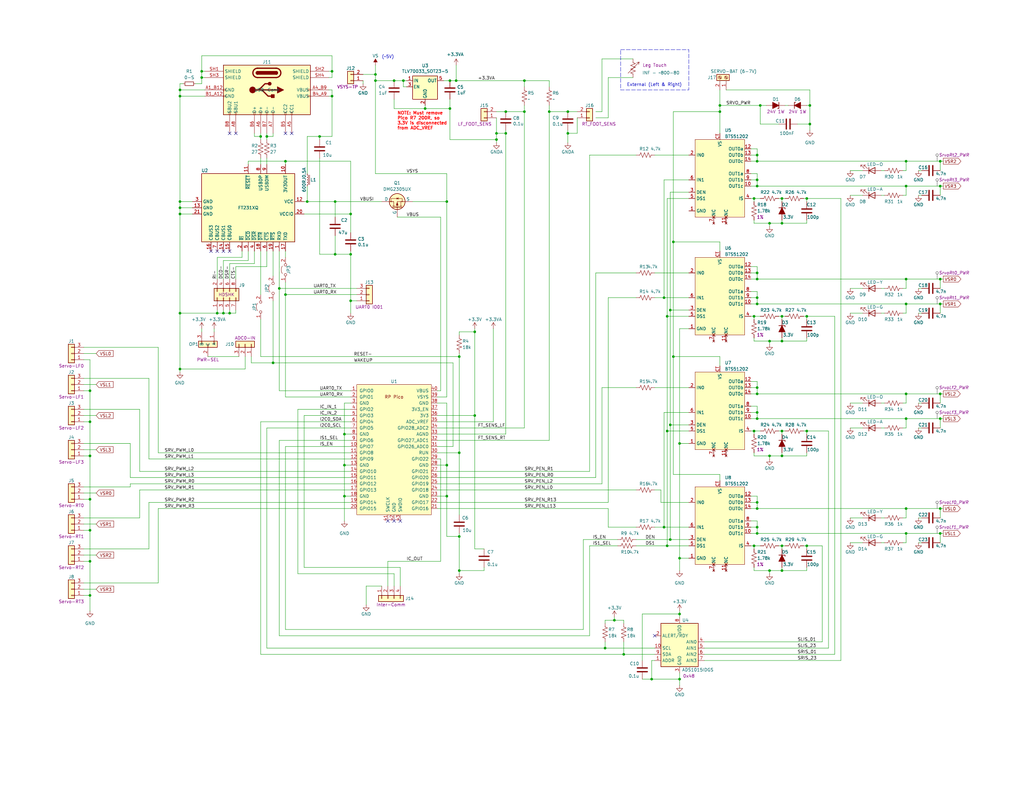
<source format=kicad_sch>
(kicad_sch (version 20230121) (generator eeschema)
  (paper "User" 419.1 323.85)
  (title_block (title "Ack-Ack Legs Ctrl") (date "2024-09-27") (rev "1.0") (company "SilkyDESIGN - AESilky") (comment 1 "Copyright 2024 AESilky"))
  (lib_symbols
    (symbol "AES_Library:AES-BTS5120-2-2CH_PWR_SW"
      (property "Reference" "U" (at 2.54 -1.27 0))
      (property "Value" "BTS51202" (at 0 -13.97 0))
      (symbol "AES-BTS5120-2-2CH_PWR_SW_1_1"
        (pin power_in line (at -12.7 -31.75 0) (length 2.54) (name "GND") (number "1"))
        (pin power_out line (at 12.7 -21.59 180) (length 2.54) (name "OUT1c") (number "10"))
        (pin no_connect non_logic (at 2.54 -36.83 90) (length 2.54) (name "NC") (number "11"))
        (pin power_out line (at 12.7 -6.35 180) (length 2.54) (name "OUT0a") (number "12"))
        (pin power_out line (at 12.7 -8.89 180) (length 2.54) (name "OUT0b") (number "13"))
        (pin power_out line (at 12.7 -11.43 180) (length 2.54) (name "OUT0c") (number "14"))
        (pin input line (at -12.7 -8.89 0) (length 2.54) (name "IN0") (number "2"))
        (pin input line (at -12.7 -24.13 0) (length 2.54) (name "DEN") (number "3"))
        (pin output line (at 12.7 -26.67 180) (length 2.54) (name "IS") (number "4"))
        (pin input line (at -12.7 -26.67 0) (length 2.54) (name "DS1") (number "5"))
        (pin input line (at -12.7 -19.05 0) (length 2.54) (name "IN1") (number "6"))
        (pin no_connect non_logic (at -2.54 -36.83 90) (length 2.54) (name "NC") (number "7"))
        (pin power_out line (at 12.7 -16.51 180) (length 2.54) (name "OUT1a") (number "8"))
        (pin power_out line (at 12.7 -19.05 180) (length 2.54) (name "OUT1b") (number "9"))
        (pin power_in line (at 0 0 270) (length 2.54) (name "VS") (number "CT"))
      )
    )
    (symbol "AES_Library:AES-DMG2305UX" (pin_numbers hide) (pin_names (offset 0))
      (property "Reference" "Q" (at -2.54 3.81 0))
      (property "Value" "AES-DMG2305UX" (at 12.7 3.81 0))
      (symbol "AES-DMG2305UX_1_1"
        (pin input line (at -6.35 0 0) (length 3.81) (name "G") (number "1"))
        (pin passive line (at 0 -6.35 90) (length 3.81) (name "S") (number "2"))
        (pin passive line (at 0 6.35 270) (length 3.81) (name "D") (number "3"))
      )
    )
    (symbol "AES_Library:AES-Option_A-B"
      (property "Reference" "OP" (at 0 0 0))
      (symbol "AES-Option_A-B_1_0"
        (pin passive line (at 5.08 -5.08 180) (length 3.81) (name "C") (number "2"))
      )
      (symbol "AES-Option_A-B_1_1"
        (pin passive line (at -5.08 -2.54 0) (length 3.81) (name "A") (number "1"))
        (pin passive line (at -5.08 -7.62 0) (length 3.81) (name "B") (number "3"))
      )
    )
    (symbol "AES_Library:AES-Pico" (pin_names (offset 1.016))
      (property "Reference" "U" (at -13.97 27.94 0))
      (property "Value" "AES-Pico" (at 0 19.05 0))
      (symbol "AES-Pico_1_0"
        (text "RP Pico" (at 0 21.59 0) (effects (font (size 1.27 1.27))))
      )
      (symbol "AES-Pico_1_1"
        (pin bidirectional line (at -17.78 24.13 0) (length 2.54) (name "GPIO0") (number "1"))
        (pin bidirectional line (at -17.78 1.27 0) (length 2.54) (name "GPIO7") (number "10"))
        (pin bidirectional line (at -17.78 -1.27 0) (length 2.54) (name "GPIO8") (number "11"))
        (pin bidirectional line (at -17.78 -3.81 0) (length 2.54) (name "GPIO9") (number "12"))
        (pin power_in line (at -17.78 -6.35 0) (length 2.54) (name "GND") (number "13"))
        (pin bidirectional line (at -17.78 -8.89 0) (length 2.54) (name "GPIO10") (number "14"))
        (pin bidirectional line (at -17.78 -11.43 0) (length 2.54) (name "GPIO11") (number "15"))
        (pin bidirectional line (at -17.78 -13.97 0) (length 2.54) (name "GPIO12") (number "16"))
        (pin bidirectional line (at -17.78 -16.51 0) (length 2.54) (name "GPIO13") (number "17"))
        (pin power_in line (at -17.78 -19.05 0) (length 2.54) (name "GND") (number "18"))
        (pin bidirectional line (at -17.78 -21.59 0) (length 2.54) (name "GPIO14") (number "19"))
        (pin bidirectional line (at -17.78 21.59 0) (length 2.54) (name "GPIO1") (number "2"))
        (pin bidirectional line (at -17.78 -24.13 0) (length 2.54) (name "GPIO15") (number "20"))
        (pin bidirectional line (at 17.78 -24.13 180) (length 2.54) (name "GPIO16") (number "21"))
        (pin bidirectional line (at 17.78 -21.59 180) (length 2.54) (name "GPIO17") (number "22"))
        (pin power_in line (at 17.78 -19.05 180) (length 2.54) (name "GND") (number "23"))
        (pin bidirectional line (at 17.78 -16.51 180) (length 2.54) (name "GPIO18") (number "24"))
        (pin bidirectional line (at 17.78 -13.97 180) (length 2.54) (name "GPIO19") (number "25"))
        (pin bidirectional line (at 17.78 -11.43 180) (length 2.54) (name "GPIO20") (number "26"))
        (pin bidirectional line (at 17.78 -8.89 180) (length 2.54) (name "GPIO21") (number "27"))
        (pin power_in line (at 17.78 -6.35 180) (length 2.54) (name "GND") (number "28"))
        (pin bidirectional line (at 17.78 -3.81 180) (length 2.54) (name "GPIO22") (number "29"))
        (pin power_in line (at -17.78 19.05 0) (length 2.54) (name "GND") (number "3"))
        (pin input line (at 17.78 -1.27 180) (length 2.54) (name "RUN") (number "30"))
        (pin bidirectional line (at 17.78 1.27 180) (length 2.54) (name "GPIO26_ADC0") (number "31"))
        (pin bidirectional line (at 17.78 3.81 180) (length 2.54) (name "GPIO27_ADC1") (number "32"))
        (pin power_in line (at 17.78 6.35 180) (length 2.54) (name "AGND") (number "33"))
        (pin bidirectional line (at 17.78 8.89 180) (length 2.54) (name "GPIO28_ADC2") (number "34"))
        (pin power_in line (at 17.78 11.43 180) (length 2.54) (name "ADC_VREF") (number "35"))
        (pin power_out line (at 17.78 13.97 180) (length 2.54) (name "3V3") (number "36"))
        (pin input line (at 17.78 16.51 180) (length 2.54) (name "3V3_EN") (number "37"))
        (pin power_in line (at 17.78 19.05 180) (length 2.54) (name "GND") (number "38"))
        (pin power_in line (at 17.78 21.59 180) (length 2.54) (name "VSYS") (number "39"))
        (pin bidirectional line (at -17.78 16.51 0) (length 2.54) (name "GPIO2") (number "4"))
        (pin power_out line (at 17.78 24.13 180) (length 2.54) (name "VBUS") (number "40"))
        (pin input line (at -2.54 -29.21 90) (length 2.54) (name "SWCLK") (number "41"))
        (pin power_in line (at 0 -29.21 90) (length 2.54) (name "GND") (number "42"))
        (pin bidirectional line (at 2.54 -29.21 90) (length 2.54) (name "SWDIO") (number "43"))
        (pin bidirectional line (at -17.78 13.97 0) (length 2.54) (name "GPIO3") (number "5"))
        (pin bidirectional line (at -17.78 11.43 0) (length 2.54) (name "GPIO4") (number "6"))
        (pin bidirectional line (at -17.78 8.89 0) (length 2.54) (name "GPIO5") (number "7"))
        (pin power_in line (at -17.78 6.35 0) (length 2.54) (name "GND") (number "8"))
        (pin bidirectional line (at -17.78 3.81 0) (length 2.54) (name "GPIO6") (number "9"))
      )
    )
    (symbol "AES_Library:AES-USB-C-Amph_GSB1C46X"
      (property "Reference" "J" (at 0 11.43 0))
      (symbol "AES-USB-C-Amph_GSB1C46X_1_1"
        (pin passive line (at -25.4 0 0) (length 7.62) (name "GND") (number "A1_B12"))
        (pin passive line (at 25.4 0 180) (length 7.62) (name "VBUS") (number "A4_B9"))
        (pin bidirectional line (at 10.16 -17.78 90) (length 7.62) (name "CC1") (number "A5"))
        (pin bidirectional line (at -2.54 -17.78 90) (length 7.62) (name "D+") (number "A6"))
        (pin bidirectional line (at 2.54 -17.78 90) (length 7.62) (name "D-") (number "A7"))
        (pin bidirectional line (at -12.7 -17.78 90) (length 7.62) (name "SBU1") (number "A8"))
        (pin passive line (at -25.4 -2.54 0) (length 7.62) (name "GND") (number "B1_A12"))
        (pin passive line (at 25.4 -2.54 180) (length 7.62) (name "VBUS") (number "B4_A9"))
        (pin bidirectional line (at 7.62 -17.78 90) (length 7.62) (name "CC2") (number "B5"))
        (pin bidirectional line (at -5.08 -17.78 90) (length 7.62) (name "D+") (number "B6"))
        (pin bidirectional line (at 0 -17.78 90) (length 7.62) (name "D-") (number "B7"))
        (pin bidirectional line (at -15.24 -17.78 90) (length 7.62) (name "SBU2") (number "B8"))
        (pin passive line (at -25.4 7.62 0) (length 7.62) (name "SHIELD") (number "SH1"))
        (pin passive line (at 25.4 7.62 180) (length 7.62) (name "SHIELD") (number "SH2"))
        (pin passive line (at -25.4 5.08 0) (length 7.62) (name "SHIELD") (number "SH3"))
        (pin passive line (at 25.4 5.08 180) (length 7.62) (name "SHIELD") (number "SH4"))
      )
    )
    (symbol "Analog_ADC:ADS1015IDGS"
      (property "Reference" "U" (at 2.54 13.97 0))
      (property "Value" "ADS1015IDGS" (at 7.62 11.43 0))
      (symbol "ADS1015IDGS_1_1"
        (pin input line (at 10.16 -5.08 180) (length 2.54) (name "ADDR") (number "1"))
        (pin input line (at 10.16 0 180) (length 2.54) (name "SCL") (number "10"))
        (pin output line (at 10.16 5.08 180) (length 2.54) (name "ALERT/RDY") (number "2"))
        (pin power_in line (at 0 -10.16 90) (length 2.54) (name "GND") (number "3"))
        (pin input line (at -10.16 2.54 0) (length 2.54) (name "AIN0") (number "4"))
        (pin input line (at -10.16 0 0) (length 2.54) (name "AIN1") (number "5"))
        (pin input line (at -10.16 -2.54 0) (length 2.54) (name "AIN2") (number "6"))
        (pin input line (at -10.16 -5.08 0) (length 2.54) (name "AIN3") (number "7"))
        (pin power_in line (at 0 12.7 270) (length 2.54) (name "VDD") (number "8"))
        (pin bidirectional line (at 10.16 -2.54 180) (length 2.54) (name "SDA") (number "9"))
      )
    )
    (symbol "Connector:Screw_Terminal_01x02" (pin_names (offset 1.016) hide)
      (property "Reference" "J" (at 0 2.54 0))
      (property "Value" "Screw_Terminal_01x02" (at 0 -5.08 0))
      (symbol "Screw_Terminal_01x02_1_1"
        (pin passive line (at -5.08 0 0) (length 3.81) (name "Pin_1") (number "1"))
        (pin passive line (at -5.08 -2.54 0) (length 3.81) (name "Pin_2") (number "2"))
      )
    )
    (symbol "Connector_Generic:Conn_01x02" (pin_names (offset 1.016) hide)
      (property "Reference" "J" (at 0 2.54 0))
      (property "Value" "Conn_01x02" (at 0 -5.08 0))
      (symbol "Conn_01x02_1_1"
        (pin passive line (at -5.08 0 0) (length 3.81) (name "Pin_1") (number "1"))
        (pin passive line (at -5.08 -2.54 0) (length 3.81) (name "Pin_2") (number "2"))
      )
    )
    (symbol "Connector_Generic:Conn_01x03" (pin_names (offset 1.016) hide)
      (property "Reference" "J" (at 0 5.08 0))
      (property "Value" "Conn_01x03" (at 0 -5.08 0))
      (symbol "Conn_01x03_1_1"
        (pin passive line (at -5.08 2.54 0) (length 3.81) (name "Pin_1") (number "1"))
        (pin passive line (at -5.08 0 0) (length 3.81) (name "Pin_2") (number "2"))
        (pin passive line (at -5.08 -2.54 0) (length 3.81) (name "Pin_3") (number "3"))
      )
    )
    (symbol "Connector_Generic:Conn_01x04" (pin_names (offset 1.016) hide)
      (property "Reference" "J" (at 0 5.08 0))
      (property "Value" "Conn_01x04" (at 0 -7.62 0))
      (symbol "Conn_01x04_1_1"
        (pin passive line (at -5.08 2.54 0) (length 3.81) (name "Pin_1") (number "1"))
        (pin passive line (at -5.08 0 0) (length 3.81) (name "Pin_2") (number "2"))
        (pin passive line (at -5.08 -2.54 0) (length 3.81) (name "Pin_3") (number "3"))
        (pin passive line (at -5.08 -5.08 0) (length 3.81) (name "Pin_4") (number "4"))
      )
    )
    (symbol "Connector_Generic:Conn_02x04_Odd_Even" (pin_names (offset 1.016) hide)
      (property "Reference" "J" (at 1.27 5.08 0))
      (property "Value" "Conn_02x04_Odd_Even" (at 1.27 -7.62 0))
      (symbol "Conn_02x04_Odd_Even_1_1"
        (pin passive line (at -5.08 2.54 0) (length 3.81) (name "Pin_1") (number "1"))
        (pin passive line (at 7.62 2.54 180) (length 3.81) (name "Pin_2") (number "2"))
        (pin passive line (at -5.08 0 0) (length 3.81) (name "Pin_3") (number "3"))
        (pin passive line (at 7.62 0 180) (length 3.81) (name "Pin_4") (number "4"))
        (pin passive line (at -5.08 -2.54 0) (length 3.81) (name "Pin_5") (number "5"))
        (pin passive line (at 7.62 -2.54 180) (length 3.81) (name "Pin_6") (number "6"))
        (pin passive line (at -5.08 -5.08 0) (length 3.81) (name "Pin_7") (number "7"))
        (pin passive line (at 7.62 -5.08 180) (length 3.81) (name "Pin_8") (number "8"))
      )
    )
    (symbol "Device:C" (pin_numbers hide) (pin_names (offset 0.254))
      (property "Reference" "C" (at 0.635 2.54 0))
      (property "Value" "C" (at 0.635 -2.54 0))
      (symbol "C_1_1"
        (pin passive line (at 0 3.81 270) (length 2.794) (name "~") (number "1"))
        (pin passive line (at 0 -3.81 90) (length 2.794) (name "~") (number "2"))
      )
    )
    (symbol "Device:D_Zener_Filled" (pin_numbers hide) (pin_names (offset 1.016) hide)
      (property "Reference" "D" (at 0 2.54 0))
      (property "Value" "D_Zener_Filled" (at 0 -2.54 0))
      (symbol "D_Zener_Filled_1_1"
        (pin passive line (at -3.81 0 0) (length 2.54) (name "K") (number "1"))
        (pin passive line (at 3.81 0 180) (length 2.54) (name "A") (number "2"))
      )
    )
    (symbol "Device:LED" (pin_numbers hide) (pin_names (offset 1.016) hide)
      (property "Reference" "D" (at 0 2.54 0))
      (property "Value" "LED" (at 0 -2.54 0))
      (symbol "LED_1_1"
        (pin passive line (at -3.81 0 0) (length 2.54) (name "K") (number "1"))
        (pin passive line (at 3.81 0 180) (length 2.54) (name "A") (number "2"))
      )
    )
    (symbol "Device:L_Ferrite_Small" (pin_numbers hide) (pin_names (offset 0.254) hide)
      (property "Reference" "L" (at 1.27 1.016 0))
      (property "Value" "L_Ferrite_Small" (at 1.27 -1.27 0))
      (symbol "L_Ferrite_Small_1_1"
        (pin passive line (at 0 2.54 270) (length 0.508) (name "~") (number "1"))
        (pin passive line (at 0 -2.54 90) (length 0.508) (name "~") (number "2"))
      )
    )
    (symbol "Device:R_Small" (pin_numbers hide) (pin_names (offset 0.254) hide)
      (property "Reference" "R" (at 0.762 0.508 0))
      (property "Value" "R_Small" (at 0.762 -1.016 0))
      (symbol "R_Small_1_1"
        (pin passive line (at 0 2.54 270) (length 0.762) (name "~") (number "1"))
        (pin passive line (at 0 -2.54 90) (length 0.762) (name "~") (number "2"))
      )
    )
    (symbol "Device:R_US" (pin_numbers hide) (pin_names (offset 0))
      (property "Reference" "R" (at 2.54 0 90))
      (property "Value" "R_US" (at -2.54 0 90))
      (symbol "R_US_1_1"
        (pin passive line (at 0 3.81 270) (length 1.27) (name "~") (number "1"))
        (pin passive line (at 0 -3.81 90) (length 1.27) (name "~") (number "2"))
      )
    )
    (symbol "Device:R_Variable_US" (pin_numbers hide) (pin_names (offset 0))
      (property "Reference" "R" (at 2.54 -2.54 90))
      (property "Value" "R_Variable_US" (at -2.54 -1.27 90))
      (symbol "R_Variable_US_1_1"
        (pin passive line (at 0 3.81 270) (length 1.27) (name "~") (number "1"))
        (pin passive line (at 0 -3.81 90) (length 1.27) (name "~") (number "2"))
      )
    )
    (symbol "Interface_USB:FT231XQ"
      (property "Reference" "U" (at -13.97 20.32 0))
      (property "Value" "FT231XQ" (at 6.35 20.32 0))
      (symbol "FT231XQ_1_1"
        (pin input line (at 17.78 12.7 180) (length 3.81) (name "RXD") (number "1"))
        (pin power_out line (at -17.78 15.24 0) (length 3.81) (name "3V3OUT") (number "10"))
        (pin input line (at -17.78 0 0) (length 3.81) (name "~{RESET}") (number "11"))
        (pin power_in line (at -2.54 22.86 270) (length 3.81) (name "VCC") (number "12"))
        (pin power_in line (at 0 -22.86 90) (length 3.81) (name "GND") (number "13"))
        (pin bidirectional line (at 17.78 -10.16 180) (length 3.81) (name "CBUS1") (number "14"))
        (pin bidirectional line (at 17.78 -7.62 180) (length 3.81) (name "CBUS0") (number "15"))
        (pin bidirectional line (at 17.78 -15.24 180) (length 3.81) (name "CBUS3") (number "16"))
        (pin output line (at 17.78 15.24 180) (length 3.81) (name "TXD") (number "17"))
        (pin output line (at 17.78 5.08 180) (length 3.81) (name "~{DTR}") (number "18"))
        (pin output line (at 17.78 10.16 180) (length 3.81) (name "~{RTS}") (number "19"))
        (pin input line (at 17.78 -2.54 180) (length 3.81) (name "~{RI}") (number "2"))
        (pin power_in line (at 2.54 22.86 270) (length 3.81) (name "VCCIO") (number "20"))
        (pin power_in line (at 2.54 -22.86 90) (length 3.81) (name "GND") (number "21"))
        (pin power_in line (at -2.54 -22.86 90) (length 3.81) (name "GND") (number "3"))
        (pin input line (at 17.78 2.54 180) (length 3.81) (name "~{DSR}") (number "4"))
        (pin input line (at 17.78 0 180) (length 3.81) (name "~{DCD}") (number "5"))
        (pin input line (at 17.78 7.62 180) (length 3.81) (name "~{CTS}") (number "6"))
        (pin bidirectional line (at 17.78 -12.7 180) (length 3.81) (name "CBUS2") (number "7"))
        (pin bidirectional line (at -17.78 5.08 0) (length 3.81) (name "USBDP") (number "8"))
        (pin bidirectional line (at -17.78 7.62 0) (length 3.81) (name "USBDM") (number "9"))
      )
    )
    (symbol "Jumper:Jumper_2_Open" (pin_names (offset 0) hide)
      (property "Reference" "JP" (at 0 2.794 0))
      (property "Value" "Jumper_2_Open" (at 0 -2.286 0))
      (symbol "Jumper_2_Open_1_1"
        (pin passive line (at -5.08 0 0) (length 2.54) (name "A") (number "1"))
        (pin passive line (at 5.08 0 180) (length 2.54) (name "B") (number "2"))
      )
    )
    (symbol "Regulator_Linear:TLV70033_SOT23-5" (pin_names (offset 0.254))
      (property "Reference" "U" (at -3.81 5.715 0))
      (property "Value" "TLV70033_SOT23-5" (at 0 5.715 0))
      (symbol "TLV70033_SOT23-5_1_1"
        (pin power_in line (at -7.62 2.54 0) (length 2.54) (name "IN") (number "1"))
        (pin power_in line (at 0 -7.62 90) (length 2.54) (name "GND") (number "2"))
        (pin input line (at -7.62 0 0) (length 2.54) (name "EN") (number "3"))
        (pin no_connect line (at 5.08 0 180) (length 2.54) hide (name "NC") (number "4"))
        (pin power_out line (at 7.62 2.54 180) (length 2.54) (name "OUT") (number "5"))
      )
    )
    (symbol "power:+3.3V" (power) (pin_names (offset 0))
      (property "Value" "+3.3V" (at 0 3.556 0))
      (symbol "+3.3V_1_1"
        (pin power_in line (at 0 0 90) (length 0) hide (name "+3.3V") (number "1"))
      )
    )
    (symbol "power:+3.3VA" (power) (pin_names (offset 0))
      (property "Value" "+3.3VA" (at 0 3.556 0))
      (symbol "+3.3VA_1_1"
        (pin power_in line (at 0 0 90) (length 0) hide (name "+3.3VA") (number "1"))
      )
    )
    (symbol "power:GND" (power) (pin_names (offset 0))
      (property "Value" "GND" (at 0 -3.81 0))
      (symbol "GND_1_1"
        (pin power_in line (at 0 0 270) (length 0) hide (name "GND") (number "1"))
      )
    )
    (symbol "power:GNDA" (power) (pin_names (offset 0))
      (property "Value" "GNDA" (at 0 -3.81 0))
      (symbol "GNDA_1_1"
        (pin power_in line (at 0 0 270) (length 0) hide (name "GNDA") (number "1"))
      )
    )
    (symbol "power:VS" (power) (pin_names (offset 0))
      (property "Value" "VS" (at 0 3.81 0))
      (symbol "VS_1_1"
        (pin power_in line (at 0 0 90) (length 0) hide (name "VS") (number "1"))
      )
    )
  )
  (junction (at 73.66 128.27))
  (junction (at 137.16 82.55))
  (junction (at 182.88 203.2))
  (junction (at 309.88 66.04))
  (junction (at 309.88 171.45))
  (junction (at 114.3 118.11))
  (junction (at 370.84 124.46))
  (junction (at 109.22 55.88))
  (junction (at 314.96 91.44))
  (junction (at 309.88 124.46))
  (junction (at 330.2 129.54))
  (junction (at 187.96 146.05))
  (junction (at 370.84 218.44))
  (junction (at 194.31 135.89))
  (junction (at 314.96 139.7))
  (junction (at 309.88 218.44))
  (junction (at 214.63 33.02))
  (junction (at 273.05 223.52))
  (junction (at 187.96 233.68))
  (junction (at 309.88 161.29))
  (junction (at 384.81 161.29))
  (junction (at 320.04 186.69))
  (junction (at 232.41 54.61))
  (junction (at 91.44 128.27))
  (junction (at 214.63 45.72))
  (junction (at 36.83 229.87))
  (junction (at 182.88 82.55))
  (junction (at 309.88 73.66))
  (junction (at 308.61 176.53))
  (junction (at 88.9 128.27))
  (junction (at 275.59 146.05))
  (junction (at 330.2 223.52))
  (junction (at 309.88 208.28))
  (junction (at 153.67 30.48))
  (junction (at 273.05 176.53))
  (junction (at 330.2 81.28))
  (junction (at 314.96 233.68))
  (junction (at 320.04 129.54))
  (junction (at 370.84 114.3))
  (junction (at 140.97 203.2))
  (junction (at 251.46 254))
  (junction (at 370.84 66.04))
  (junction (at 73.66 82.55))
  (junction (at 82.55 31.75))
  (junction (at 143.51 87.63))
  (junction (at 309.88 168.91))
  (junction (at 331.47 50.8))
  (junction (at 140.97 177.8))
  (junction (at 370.84 76.2))
  (junction (at 274.32 220.98))
  (junction (at 309.88 121.92))
  (junction (at 370.84 171.45))
  (junction (at 309.88 158.75))
  (junction (at 384.81 124.46))
  (junction (at 82.55 29.21))
  (junction (at 294.64 43.18))
  (junction (at 320.04 91.44))
  (junction (at 36.83 160.02))
  (junction (at 278.13 251.46))
  (junction (at 331.47 43.18))
  (junction (at 184.15 44.45))
  (junction (at 278.13 278.13))
  (junction (at 161.29 33.02))
  (junction (at 187.96 219.71))
  (junction (at 311.15 43.18))
  (junction (at 165.1 33.02))
  (junction (at 384.81 171.45))
  (junction (at 278.13 228.6))
  (junction (at 173.99 44.45))
  (junction (at 330.2 176.53))
  (junction (at 130.81 55.88))
  (junction (at 320.04 81.28))
  (junction (at 203.2 54.61))
  (junction (at 274.32 127))
  (junction (at 320.04 139.7))
  (junction (at 93.98 128.27))
  (junction (at 143.51 104.14))
  (junction (at 309.88 114.3))
  (junction (at 384.81 76.2))
  (junction (at 106.68 55.88))
  (junction (at 182.88 190.5))
  (junction (at 73.66 85.09))
  (junction (at 308.61 129.54))
  (junction (at 143.51 123.19))
  (junction (at 36.83 204.47))
  (junction (at 274.32 173.99))
  (junction (at 278.13 181.61))
  (junction (at 73.66 39.37))
  (junction (at 271.78 215.9))
  (junction (at 320.04 223.52))
  (junction (at 384.81 66.04))
  (junction (at 36.83 243.84))
  (junction (at 135.89 39.37))
  (junction (at 309.88 63.5))
  (junction (at 308.61 223.52))
  (junction (at 111.76 148.59))
  (junction (at 320.04 176.53))
  (junction (at 309.88 111.76))
  (junction (at 140.97 190.5))
  (junction (at 153.67 33.02))
  (junction (at 320.04 233.68))
  (junction (at 384.81 208.28))
  (junction (at 294.64 45.72))
  (junction (at 384.81 218.44))
  (junction (at 308.61 81.28))
  (junction (at 194.31 170.18))
  (junction (at 370.84 208.28))
  (junction (at 73.66 36.83))
  (junction (at 203.2 57.15))
  (junction (at 275.59 99.06))
  (junction (at 125.73 82.55))
  (junction (at 36.83 186.69))
  (junction (at 73.66 151.13))
  (junction (at 135.89 29.21))
  (junction (at 266.7 278.13))
  (junction (at 314.96 186.69))
  (junction (at 309.88 215.9))
  (junction (at 207.01 54.61))
  (junction (at 186.69 33.02))
  (junction (at 73.66 87.63))
  (junction (at 36.83 172.72))
  (junction (at 116.84 66.04))
  (junction (at 232.41 45.72))
  (junction (at 224.79 45.72))
  (junction (at 116.84 120.65))
  (junction (at 255.27 267.97))
  (junction (at 273.05 129.54))
  (junction (at 309.88 205.74))
  (junction (at 370.84 161.29))
  (junction (at 309.88 76.2))
  (junction (at 36.83 217.17))
  (junction (at 384.81 114.3))
  (junction (at 271.78 121.92))
  (junction (at 247.65 265.43))
  (junction (at 137.16 104.14))
  (junction (at 184.15 33.02))
  (junction (at 187.96 185.42))
  (junction (at 207.01 45.72))
  (no_connect (at 91.44 102.87))
  (no_connect (at 93.98 102.87))
  (no_connect (at 158.75 213.36))
  (no_connect (at 93.98 54.61))
  (no_connect (at 161.29 213.36))
  (no_connect (at 163.83 213.36))
  (no_connect (at 116.84 54.61))
  (no_connect (at 86.36 102.87))
  (no_connect (at 119.38 54.61))
  (no_connect (at 267.97 260.35))
  (no_connect (at 96.52 54.61))
  (no_connect (at 88.9 102.87))
  (wire (pts (xy 179.07 177.8) (xy 207.01 177.8)))
  (wire (pts (xy 130.81 64.77) (xy 130.81 104.14)))
  (wire (pts (xy 266.7 278.13) (xy 278.13 278.13)))
  (wire (pts (xy 274.32 173.99) (xy 274.32 220.98)))
  (wire (pts (xy 307.34 124.46) (xy 309.88 124.46)))
  (wire (pts (xy 82.55 31.75) (xy 82.55 34.29)))
  (wire (pts (xy 309.88 208.28) (xy 309.88 205.74)))
  (wire (pts (xy 318.77 129.54) (xy 320.04 129.54)))
  (wire (pts (xy 101.6 106.68) (xy 101.6 102.87)))
  (wire (pts (xy 320.04 139.7) (xy 330.2 139.7)))
  (wire (pts (xy 308.61 176.53) (xy 308.61 177.8)))
  (wire (pts (xy 384.81 76.2) (xy 384.81 80.01)))
  (wire (pts (xy 260.35 63.5) (xy 241.3 63.5)))
  (wire (pts (xy 91.44 106.68) (xy 91.44 114.3)))
  (wire (pts (xy 309.88 121.92) (xy 309.88 124.46)))
  (wire (pts (xy 384.81 66.04) (xy 384.81 69.85)))
  (wire (pts (xy 330.2 138.43) (xy 330.2 139.7)))
  (wire (pts (xy 271.78 73.66) (xy 281.94 73.66)))
  (wire (pts (xy 274.32 78.74) (xy 274.32 127)))
  (wire (pts (xy 278.13 181.61) (xy 281.94 181.61)))
  (wire (pts (xy 194.31 134.62) (xy 194.31 135.89)))
  (wire (pts (xy 375.92 69.85) (xy 377.19 69.85)))
  (wire (pts (xy 140.97 165.1) (xy 140.97 177.8)))
  (wire (pts (xy 106.68 102.87) (xy 106.68 120.65)))
  (wire (pts (xy 369.57 80.01) (xy 370.84 80.01)))
  (wire (pts (xy 135.89 39.37) (xy 135.89 55.88)))
  (wire (pts (xy 130.81 104.14) (xy 137.16 104.14)))
  (wire (pts (xy 309.88 171.45) (xy 307.34 171.45)))
  (wire (pts (xy 246.38 158.75) (xy 246.38 198.12)))
  (wire (pts (xy 314.96 233.68) (xy 308.61 233.68)))
  (wire (pts (xy 135.89 22.86) (xy 82.55 22.86)))
  (wire (pts (xy 369.57 222.25) (xy 370.84 222.25)))
  (wire (pts (xy 106.68 172.72) (xy 143.51 172.72)))
  (wire (pts (xy 384.81 124.46) (xy 386.08 124.46)))
  (wire (pts (xy 135.89 31.75) (xy 135.89 29.21)))
  (wire (pts (xy 111.76 148.59) (xy 185.42 148.59)))
  (wire (pts (xy 321.31 43.18) (xy 322.58 43.18)))
  (wire (pts (xy 347.98 128.27) (xy 353.06 128.27)))
  (wire (pts (xy 326.39 50.8) (xy 331.47 50.8)))
  (wire (pts (xy 179.07 208.28) (xy 248.92 208.28)))
  (wire (pts (xy 320.04 129.54) (xy 321.31 129.54)))
  (wire (pts (xy 187.96 219.71) (xy 187.96 233.68)))
  (wire (pts (xy 34.29 227.33) (xy 39.37 227.33)))
  (wire (pts (xy 143.51 195.58) (xy 53.34 195.58)))
  (wire (pts (xy 278.13 278.13) (xy 278.13 280.67)))
  (wire (pts (xy 281.94 134.62) (xy 278.13 134.62)))
  (wire (pts (xy 83.82 29.21) (xy 82.55 29.21)))
  (wire (pts (xy 267.97 121.92) (xy 271.78 121.92)))
  (wire (pts (xy 309.88 60.96) (xy 309.88 63.5)))
  (wire (pts (xy 114.3 102.87) (xy 114.3 118.11)))
  (wire (pts (xy 248.92 31.75) (xy 248.92 48.26)))
  (wire (pts (xy 184.15 44.45) (xy 184.15 57.15)))
  (wire (pts (xy 336.55 223.52) (xy 330.2 223.52)))
  (wire (pts (xy 91.44 127) (xy 91.44 128.27)))
  (wire (pts (xy 384.81 161.29) (xy 386.08 161.29)))
  (wire (pts (xy 111.76 102.87) (xy 111.76 113.03)))
  (wire (pts (xy 180.34 229.87) (xy 158.75 229.87)))
  (wire (pts (xy 34.29 214.63) (xy 39.37 214.63)))
  (wire (pts (xy 314.96 91.44) (xy 314.96 92.71)))
  (wire (pts (xy 73.66 128.27) (xy 73.66 151.13)))
  (wire (pts (xy 260.35 215.9) (xy 248.92 215.9)))
  (wire (pts (xy 369.57 212.09) (xy 370.84 212.09)))
  (wire (pts (xy 101.6 106.68) (xy 91.44 106.68)))
  (wire (pts (xy 201.93 134.62) (xy 201.93 172.72)))
  (wire (pts (xy 143.51 205.74) (xy 60.96 205.74)))
  (wire (pts (xy 267.97 63.5) (xy 281.94 63.5)))
  (wire (pts (xy 360.68 118.11) (xy 361.95 118.11)))
  (wire (pts (xy 309.88 124.46) (xy 370.84 124.46)))
  (wire (pts (xy 330.2 81.28) (xy 344.17 81.28)))
  (wire (pts (xy 106.68 54.61) (xy 106.68 55.88)))
  (wire (pts (xy 232.41 53.34) (xy 232.41 54.61)))
  (wire (pts (xy 93.98 127) (xy 93.98 128.27)))
  (wire (pts (xy 186.69 26.67) (xy 186.69 33.02)))
  (wire (pts (xy 163.83 232.41) (xy 124.46 232.41)))
  (wire (pts (xy 331.47 43.18) (xy 330.2 43.18)))
  (wire (pts (xy 187.96 218.44) (xy 187.96 219.71)))
  (wire (pts (xy 109.22 265.43) (xy 247.65 265.43)))
  (wire (pts (xy 259.08 31.75) (xy 248.92 31.75)))
  (wire (pts (xy 137.16 96.52) (xy 137.16 104.14)))
  (wire (pts (xy 182.88 82.55) (xy 182.88 162.56)))
  (wire (pts (xy 308.61 81.28) (xy 311.15 81.28)))
  (wire (pts (xy 347.98 69.85) (xy 353.06 69.85)))
  (wire (pts (xy 307.34 218.44) (xy 309.88 218.44)))
  (wire (pts (xy 307.34 109.22) (xy 309.88 109.22)))
  (wire (pts (xy 309.88 66.04) (xy 370.84 66.04)))
  (wire (pts (xy 180.34 88.9) (xy 162.56 88.9)))
  (wire (pts (xy 238.76 257.81) (xy 238.76 220.98)))
  (wire (pts (xy 148.59 33.02) (xy 148.59 34.29)))
  (wire (pts (xy 161.29 44.45) (xy 173.99 44.45)))
  (wire (pts (xy 294.64 36.83) (xy 294.64 43.18)))
  (wire (pts (xy 294.64 194.31) (xy 294.64 196.85)))
  (wire (pts (xy 34.29 157.48) (xy 39.37 157.48)))
  (wire (pts (xy 278.13 134.62) (xy 278.13 181.61)))
  (wire (pts (xy 135.89 36.83) (xy 135.89 39.37)))
  (wire (pts (xy 307.34 60.96) (xy 309.88 60.96)))
  (wire (pts (xy 116.84 257.81) (xy 238.76 257.81)))
  (wire (pts (xy 236.22 45.72) (xy 232.41 45.72)))
  (wire (pts (xy 182.88 71.12) (xy 182.88 82.55)))
  (wire (pts (xy 247.65 254) (xy 251.46 254)))
  (wire (pts (xy 360.68 212.09) (xy 361.95 212.09)))
  (wire (pts (xy 307.34 156.21) (xy 309.88 156.21)))
  (wire (pts (xy 64.77 142.24) (xy 64.77 185.42)))
  (wire (pts (xy 88.9 105.41) (xy 88.9 114.3)))
  (wire (pts (xy 224.79 180.34) (xy 224.79 45.72)))
  (wire (pts (xy 143.51 87.63) (xy 143.51 95.25)))
  (wire (pts (xy 163.83 240.03) (xy 163.83 232.41)))
  (wire (pts (xy 275.59 194.31) (xy 294.64 194.31)))
  (wire (pts (xy 232.41 54.61) (xy 232.41 58.42)))
  (wire (pts (xy 309.88 111.76) (xy 309.88 109.22)))
  (wire (pts (xy 179.07 200.66) (xy 260.35 200.66)))
  (wire (pts (xy 308.61 129.54) (xy 308.61 130.81)))
  (wire (pts (xy 307.34 203.2) (xy 309.88 203.2)))
  (wire (pts (xy 34.29 184.15) (xy 39.37 184.15)))
  (wire (pts (xy 187.96 233.68) (xy 187.96 234.95)))
  (wire (pts (xy 307.34 121.92) (xy 309.88 121.92)))
  (wire (pts (xy 360.68 69.85) (xy 361.95 69.85)))
  (wire (pts (xy 109.22 64.77) (xy 109.22 67.31)))
  (wire (pts (xy 369.57 128.27) (xy 370.84 128.27)))
  (wire (pts (xy 116.84 182.88) (xy 116.84 257.81)))
  (wire (pts (xy 116.84 66.04) (xy 143.51 66.04)))
  (wire (pts (xy 140.97 203.2) (xy 143.51 203.2)))
  (wire (pts (xy 320.04 139.7) (xy 320.04 138.43)))
  (wire (pts (xy 130.81 57.15) (xy 130.81 55.88)))
  (wire (pts (xy 140.97 190.5) (xy 143.51 190.5)))
  (wire (pts (xy 370.84 218.44) (xy 384.81 218.44)))
  (wire (pts (xy 311.15 50.8) (xy 311.15 43.18)))
  (wire (pts (xy 275.59 99.06) (xy 275.59 146.05)))
  (wire (pts (xy 320.04 233.68) (xy 330.2 233.68)))
  (wire (pts (xy 307.34 168.91) (xy 309.88 168.91)))
  (wire (pts (xy 116.84 115.57) (xy 116.84 120.65)))
  (wire (pts (xy 116.84 120.65) (xy 146.05 120.65)))
  (wire (pts (xy 224.79 45.72) (xy 232.41 45.72)))
  (wire (pts (xy 370.84 76.2) (xy 384.81 76.2)))
  (wire (pts (xy 369.57 118.11) (xy 370.84 118.11)))
  (wire (pts (xy 143.51 66.04) (xy 143.51 87.63)))
  (wire (pts (xy 278.13 275.59) (xy 278.13 278.13)))
  (wire (pts (xy 288.29 265.43) (xy 339.09 265.43)))
  (wire (pts (xy 184.15 33.02) (xy 186.69 33.02)))
  (wire (pts (xy 34.29 204.47) (xy 36.83 204.47)))
  (wire (pts (xy 116.84 120.65) (xy 116.84 162.56)))
  (wire (pts (xy 82.55 29.21) (xy 82.55 31.75)))
  (wire (pts (xy 330.2 129.54) (xy 341.63 129.54)))
  (wire (pts (xy 203.2 54.61) (xy 207.01 54.61)))
  (wire (pts (xy 99.06 105.41) (xy 99.06 102.87)))
  (wire (pts (xy 309.88 208.28) (xy 370.84 208.28)))
  (wire (pts (xy 236.22 48.26) (xy 236.22 54.61)))
  (wire (pts (xy 148.59 30.48) (xy 153.67 30.48)))
  (wire (pts (xy 184.15 40.64) (xy 184.15 44.45)))
  (wire (pts (xy 288.29 262.89) (xy 336.55 262.89)))
  (wire (pts (xy 111.76 54.61) (xy 111.76 55.88)))
  (wire (pts (xy 134.62 31.75) (xy 135.89 31.75)))
  (wire (pts (xy 252.73 223.52) (xy 241.3 223.52)))
  (wire (pts (xy 34.29 241.3) (xy 39.37 241.3)))
  (wire (pts (xy 179.07 165.1) (xy 182.88 165.1)))
  (wire (pts (xy 116.84 162.56) (xy 143.51 162.56)))
  (wire (pts (xy 134.62 36.83) (xy 135.89 36.83)))
  (wire (pts (xy 384.81 208.28) (xy 386.08 208.28)))
  (wire (pts (xy 224.79 33.02) (xy 224.79 35.56)))
  (wire (pts (xy 271.78 168.91) (xy 271.78 215.9)))
  (wire (pts (xy 34.29 224.79) (xy 60.96 224.79)))
  (wire (pts (xy 370.84 171.45) (xy 370.84 175.26)))
  (wire (pts (xy 73.66 36.83) (xy 83.82 36.83)))
  (wire (pts (xy 330.2 90.17) (xy 330.2 91.44)))
  (wire (pts (xy 161.29 240.03) (xy 161.29 234.95)))
  (wire (pts (xy 273.05 129.54) (xy 273.05 176.53)))
  (wire (pts (xy 308.61 176.53) (xy 311.15 176.53)))
  (wire (pts (xy 320.04 186.69) (xy 320.04 185.42)))
  (wire (pts (xy 314.96 91.44) (xy 320.04 91.44)))
  (wire (pts (xy 179.07 160.02) (xy 180.34 160.02)))
  (wire (pts (xy 60.96 205.74) (xy 60.96 224.79)))
  (wire (pts (xy 73.66 151.13) (xy 73.66 152.4)))
  (wire (pts (xy 330.2 224.79) (xy 330.2 223.52)))
  (wire (pts (xy 34.29 199.39) (xy 53.34 199.39)))
  (wire (pts (xy 267.97 158.75) (xy 281.94 158.75)))
  (wire (pts (xy 109.22 55.88) (xy 109.22 57.15)))
  (wire (pts (xy 143.51 123.19) (xy 146.05 123.19)))
  (wire (pts (xy 320.04 223.52) (xy 321.31 223.52)))
  (wire (pts (xy 294.64 45.72) (xy 294.64 54.61)))
  (wire (pts (xy 309.88 161.29) (xy 309.88 158.75)))
  (wire (pts (xy 179.07 198.12) (xy 246.38 198.12)))
  (wire (pts (xy 330.2 176.53) (xy 339.09 176.53)))
  (wire (pts (xy 307.34 71.12) (xy 309.88 71.12)))
  (wire (pts (xy 260.35 111.76) (xy 243.84 111.76)))
  (wire (pts (xy 275.59 146.05) (xy 275.59 194.31)))
  (wire (pts (xy 186.69 33.02) (xy 214.63 33.02)))
  (wire (pts (xy 91.44 128.27) (xy 93.98 128.27)))
  (wire (pts (xy 248.92 121.92) (xy 248.92 205.74)))
  (wire (pts (xy 273.05 223.52) (xy 281.94 223.52)))
  (wire (pts (xy 203.2 45.72) (xy 207.01 45.72)))
  (wire (pts (xy 143.51 102.87) (xy 143.51 104.14)))
  (wire (pts (xy 36.83 204.47) (xy 36.83 217.17)))
  (wire (pts (xy 153.67 30.48) (xy 153.67 33.02)))
  (wire (pts (xy 255.27 254) (xy 255.27 255.27)))
  (wire (pts (xy 260.35 220.98) (xy 274.32 220.98)))
  (wire (pts (xy 36.83 229.87) (xy 36.83 243.84)))
  (wire (pts (xy 307.34 215.9) (xy 309.88 215.9)))
  (wire (pts (xy 278.13 228.6) (xy 278.13 233.68)))
  (wire (pts (xy 137.16 82.55) (xy 137.16 88.9)))
  (wire (pts (xy 243.84 48.26) (xy 248.92 48.26)))
  (wire (pts (xy 281.94 176.53) (xy 273.05 176.53)))
  (wire (pts (xy 330.2 223.52) (xy 328.93 223.52)))
  (wire (pts (xy 243.84 111.76) (xy 243.84 195.58)))
  (wire (pts (xy 307.34 223.52) (xy 308.61 223.52)))
  (wire (pts (xy 179.07 172.72) (xy 201.93 172.72)))
  (wire (pts (xy 375.92 118.11) (xy 377.19 118.11)))
  (wire (pts (xy 246.38 24.13) (xy 246.38 45.72)))
  (wire (pts (xy 198.12 233.68) (xy 187.96 233.68)))
  (wire (pts (xy 320.04 91.44) (xy 320.04 90.17)))
  (wire (pts (xy 360.68 128.27) (xy 361.95 128.27)))
  (wire (pts (xy 331.47 50.8) (xy 331.47 53.34)))
  (wire (pts (xy 161.29 33.02) (xy 165.1 33.02)))
  (wire (pts (xy 307.34 158.75) (xy 309.88 158.75)))
  (wire (pts (xy 320.04 129.54) (xy 320.04 130.81)))
  (wire (pts (xy 384.81 171.45) (xy 386.08 171.45)))
  (wire (pts (xy 101.6 67.31) (xy 101.6 66.04)))
  (wire (pts (xy 182.88 203.2) (xy 182.88 219.71)))
  (wire (pts (xy 102.87 148.59) (xy 111.76 148.59)))
  (wire (pts (xy 309.88 121.92) (xy 309.88 119.38)))
  (wire (pts (xy 100.33 146.05) (xy 100.33 151.13)))
  (wire (pts (xy 96.52 109.22) (xy 96.52 114.3)))
  (wire (pts (xy 194.31 224.79) (xy 194.31 170.18)))
  (wire (pts (xy 224.79 43.18) (xy 224.79 45.72)))
  (wire (pts (xy 320.04 233.68) (xy 320.04 232.41)))
  (wire (pts (xy 143.51 123.19) (xy 143.51 128.27)))
  (wire (pts (xy 309.88 218.44) (xy 370.84 218.44)))
  (wire (pts (xy 207.01 45.72) (xy 214.63 45.72)))
  (wire (pts (xy 104.14 107.95) (xy 93.98 107.95)))
  (wire (pts (xy 384.81 161.29) (xy 384.81 165.1)))
  (wire (pts (xy 241.3 223.52) (xy 241.3 260.35)))
  (wire (pts (xy 314.96 186.69) (xy 308.61 186.69)))
  (wire (pts (xy 73.66 34.29) (xy 74.93 34.29)))
  (wire (pts (xy 121.92 167.64) (xy 121.92 234.95)))
  (wire (pts (xy 314.96 233.68) (xy 314.96 234.95)))
  (wire (pts (xy 330.2 177.8) (xy 330.2 176.53)))
  (wire (pts (xy 384.81 208.28) (xy 384.81 212.09)))
  (wire (pts (xy 73.66 128.27) (xy 88.9 128.27)))
  (wire (pts (xy 153.67 26.67) (xy 153.67 30.48)))
  (wire (pts (xy 347.98 80.01) (xy 353.06 80.01)))
  (wire (pts (xy 73.66 39.37) (xy 83.82 39.37)))
  (wire (pts (xy 384.81 114.3) (xy 384.81 118.11)))
  (wire (pts (xy 73.66 82.55) (xy 78.74 82.55)))
  (wire (pts (xy 180.34 187.96) (xy 180.34 229.87)))
  (wire (pts (xy 281.94 173.99) (xy 274.32 173.99)))
  (wire (pts (xy 82.55 22.86) (xy 82.55 29.21)))
  (wire (pts (xy 330.2 232.41) (xy 330.2 233.68)))
  (wire (pts (xy 34.29 147.32) (xy 36.83 147.32)))
  (wire (pts (xy 180.34 160.02) (xy 180.34 88.9)))
  (wire (pts (xy 137.16 104.14) (xy 143.51 104.14)))
  (wire (pts (xy 308.61 223.52) (xy 308.61 224.79)))
  (wire (pts (xy 275.59 45.72) (xy 294.64 45.72)))
  (wire (pts (xy 34.29 186.69) (xy 36.83 186.69)))
  (wire (pts (xy 182.88 219.71) (xy 187.96 219.71)))
  (wire (pts (xy 187.96 185.42) (xy 187.96 210.82)))
  (wire (pts (xy 331.47 36.83) (xy 331.47 43.18)))
  (wire (pts (xy 143.51 200.66) (xy 57.15 200.66)))
  (wire (pts (xy 309.88 158.75) (xy 309.88 156.21)))
  (wire (pts (xy 143.51 193.04) (xy 57.15 193.04)))
  (wire (pts (xy 143.51 185.42) (xy 64.77 185.42)))
  (wire (pts (xy 125.73 82.55) (xy 137.16 82.55)))
  (wire (pts (xy 165.1 33.02) (xy 166.37 33.02)))
  (wire (pts (xy 203.2 57.15) (xy 203.2 58.42)))
  (wire (pts (xy 384.81 124.46) (xy 384.81 128.27)))
  (wire (pts (xy 320.04 186.69) (xy 330.2 186.69)))
  (wire (pts (xy 34.29 238.76) (xy 64.77 238.76)))
  (wire (pts (xy 165.1 35.56) (xy 165.1 33.02)))
  (wire (pts (xy 336.55 262.89) (xy 336.55 223.52)))
  (wire (pts (xy 314.96 186.69) (xy 320.04 186.69)))
  (wire (pts (xy 309.88 63.5) (xy 309.88 66.04)))
  (wire (pts (xy 109.22 175.26) (xy 109.22 265.43)))
  (wire (pts (xy 294.64 43.18) (xy 311.15 43.18)))
  (wire (pts (xy 271.78 73.66) (xy 271.78 121.92)))
  (wire (pts (xy 106.68 130.81) (xy 106.68 146.05)))
  (wire (pts (xy 106.68 64.77) (xy 106.68 67.31)))
  (wire (pts (xy 278.13 252.73) (xy 278.13 251.46)))
  (wire (pts (xy 275.59 146.05) (xy 294.64 146.05)))
  (wire (pts (xy 121.92 167.64) (xy 143.51 167.64)))
  (wire (pts (xy 34.29 229.87) (xy 36.83 229.87)))
  (wire (pts (xy 347.98 175.26) (xy 353.06 175.26)))
  (wire (pts (xy 314.96 139.7) (xy 308.61 139.7)))
  (wire (pts (xy 166.37 35.56) (xy 165.1 35.56)))
  (wire (pts (xy 330.2 130.81) (xy 330.2 129.54)))
  (wire (pts (xy 88.9 127) (xy 88.9 128.27)))
  (wire (pts (xy 125.73 55.88) (xy 130.81 55.88)))
  (wire (pts (xy 179.07 193.04) (xy 241.3 193.04)))
  (wire (pts (xy 320.04 81.28) (xy 321.31 81.28)))
  (wire (pts (xy 267.97 200.66) (xy 270.51 200.66)))
  (wire (pts (xy 143.51 104.14) (xy 143.51 123.19)))
  (wire (pts (xy 271.78 168.91) (xy 281.94 168.91)))
  (wire (pts (xy 34.29 243.84) (xy 36.83 243.84)))
  (wire (pts (xy 187.96 137.16) (xy 187.96 135.89)))
  (wire (pts (xy 60.96 154.94) (xy 34.29 154.94)))
  (wire (pts (xy 34.29 201.93) (xy 39.37 201.93)))
  (wire (pts (xy 347.98 212.09) (xy 353.06 212.09)))
  (wire (pts (xy 294.64 146.05) (xy 294.64 149.86)))
  (wire (pts (xy 73.66 87.63) (xy 73.66 128.27)))
  (wire (pts (xy 153.67 33.02) (xy 153.67 71.12)))
  (wire (pts (xy 124.46 170.18) (xy 143.51 170.18)))
  (wire (pts (xy 255.27 262.89) (xy 255.27 267.97)))
  (wire (pts (xy 187.96 144.78) (xy 187.96 146.05)))
  (wire (pts (xy 114.3 260.35) (xy 114.3 180.34)))
  (wire (pts (xy 179.07 180.34) (xy 224.79 180.34)))
  (wire (pts (xy 140.97 203.2) (xy 140.97 213.36)))
  (wire (pts (xy 243.84 45.72) (xy 246.38 45.72)))
  (wire (pts (xy 370.84 76.2) (xy 370.84 80.01)))
  (wire (pts (xy 134.62 39.37) (xy 135.89 39.37)))
  (wire (pts (xy 179.07 187.96) (xy 180.34 187.96)))
  (wire (pts (xy 384.81 76.2) (xy 386.08 76.2)))
  (wire (pts (xy 308.61 139.7) (xy 308.61 138.43)))
  (wire (pts (xy 311.15 43.18) (xy 313.69 43.18)))
  (wire (pts (xy 194.31 170.18) (xy 179.07 170.18)))
  (wire (pts (xy 330.2 176.53) (xy 328.93 176.53)))
  (wire (pts (xy 247.65 262.89) (xy 247.65 265.43)))
  (wire (pts (xy 198.12 232.41) (xy 198.12 233.68)))
  (wire (pts (xy 114.3 118.11) (xy 114.3 160.02)))
  (wire (pts (xy 214.63 175.26) (xy 214.63 45.72)))
  (wire (pts (xy 181.61 33.02) (xy 184.15 33.02)))
  (wire (pts (xy 275.59 45.72) (xy 275.59 99.06)))
  (wire (pts (xy 85.09 146.05) (xy 97.79 146.05)))
  (wire (pts (xy 341.63 129.54) (xy 341.63 267.97)))
  (wire (pts (xy 111.76 123.19) (xy 111.76 148.59)))
  (wire (pts (xy 309.88 114.3) (xy 370.84 114.3)))
  (wire (pts (xy 274.32 220.98) (xy 281.94 220.98)))
  (wire (pts (xy 347.98 222.25) (xy 353.06 222.25)))
  (wire (pts (xy 307.34 81.28) (xy 308.61 81.28)))
  (wire (pts (xy 53.34 198.12) (xy 53.34 199.39)))
  (wire (pts (xy 318.77 50.8) (xy 311.15 50.8)))
  (wire (pts (xy 53.34 181.61) (xy 53.34 195.58)))
  (wire (pts (xy 104.14 102.87) (xy 104.14 107.95)))
  (wire (pts (xy 278.13 181.61) (xy 278.13 228.6)))
  (wire (pts (xy 307.34 176.53) (xy 308.61 176.53)))
  (wire (pts (xy 375.92 128.27) (xy 377.19 128.27)))
  (wire (pts (xy 73.66 151.13) (xy 100.33 151.13)))
  (wire (pts (xy 73.66 85.09) (xy 78.74 85.09)))
  (wire (pts (xy 82.55 31.75) (xy 83.82 31.75)))
  (wire (pts (xy 375.92 212.09) (xy 377.19 212.09)))
  (wire (pts (xy 57.15 167.64) (xy 57.15 193.04)))
  (wire (pts (xy 185.42 148.59) (xy 185.42 182.88)))
  (wire (pts (xy 360.68 165.1) (xy 361.95 165.1)))
  (wire (pts (xy 281.94 81.28) (xy 273.05 81.28)))
  (wire (pts (xy 308.61 91.44) (xy 308.61 90.17)))
  (wire (pts (xy 109.22 109.22) (xy 96.52 109.22)))
  (wire (pts (xy 294.64 43.18) (xy 294.64 45.72)))
  (wire (pts (xy 260.35 223.52) (xy 273.05 223.52)))
  (wire (pts (xy 384.81 218.44) (xy 384.81 222.25)))
  (wire (pts (xy 320.04 176.53) (xy 321.31 176.53)))
  (wire (pts (xy 281.94 127) (xy 274.32 127)))
  (wire (pts (xy 251.46 254) (xy 255.27 254)))
  (wire (pts (xy 271.78 215.9) (xy 281.94 215.9)))
  (wire (pts (xy 384.81 218.44) (xy 386.08 218.44)))
  (wire (pts (xy 36.83 160.02) (xy 36.83 172.72)))
  (wire (pts (xy 370.84 114.3) (xy 384.81 114.3)))
  (wire (pts (xy 184.15 44.45) (xy 173.99 44.45)))
  (wire (pts (xy 187.96 146.05) (xy 187.96 185.42)))
  (wire (pts (xy 273.05 176.53) (xy 273.05 223.52)))
  (wire (pts (xy 281.94 78.74) (xy 274.32 78.74)))
  (wire (pts (xy 106.68 146.05) (xy 187.96 146.05)))
  (wire (pts (xy 241.3 63.5) (xy 241.3 193.04)))
  (wire (pts (xy 93.98 107.95) (xy 93.98 114.3)))
  (wire (pts (xy 260.35 158.75) (xy 246.38 158.75)))
  (wire (pts (xy 248.92 215.9) (xy 248.92 208.28)))
  (wire (pts (xy 179.07 185.42) (xy 187.96 185.42)))
  (wire (pts (xy 318.77 223.52) (xy 320.04 223.52)))
  (wire (pts (xy 288.29 267.97) (xy 341.63 267.97)))
  (wire (pts (xy 309.88 114.3) (xy 309.88 111.76)))
  (wire (pts (xy 182.88 190.5) (xy 182.88 203.2)))
  (wire (pts (xy 130.81 55.88) (xy 135.89 55.88)))
  (wire (pts (xy 309.88 71.12) (xy 309.88 73.66)))
  (wire (pts (xy 179.07 195.58) (xy 243.84 195.58)))
  (wire (pts (xy 370.84 171.45) (xy 384.81 171.45)))
  (wire (pts (xy 309.88 205.74) (xy 309.88 203.2)))
  (wire (pts (xy 179.07 190.5) (xy 182.88 190.5)))
  (wire (pts (xy 309.88 161.29) (xy 370.84 161.29)))
  (wire (pts (xy 273.05 81.28) (xy 273.05 129.54)))
  (wire (pts (xy 278.13 251.46) (xy 278.13 250.19)))
  (wire (pts (xy 247.65 255.27) (xy 247.65 254)))
  (wire (pts (xy 370.84 208.28) (xy 384.81 208.28)))
  (wire (pts (xy 278.13 228.6) (xy 281.94 228.6)))
  (wire (pts (xy 320.04 176.53) (xy 320.04 177.8)))
  (wire (pts (xy 106.68 55.88) (xy 106.68 57.15)))
  (wire (pts (xy 207.01 53.34) (xy 207.01 54.61)))
  (wire (pts (xy 320.04 223.52) (xy 320.04 224.79)))
  (wire (pts (xy 182.88 162.56) (xy 179.07 162.56)))
  (wire (pts (xy 109.22 54.61) (xy 109.22 55.88)))
  (wire (pts (xy 57.15 200.66) (xy 57.15 212.09)))
  (wire (pts (xy 308.61 81.28) (xy 308.61 82.55)))
  (wire (pts (xy 73.66 34.29) (xy 73.66 36.83)))
  (wire (pts (xy 93.98 128.27) (xy 96.52 128.27)))
  (wire (pts (xy 99.06 105.41) (xy 88.9 105.41)))
  (wire (pts (xy 153.67 71.12) (xy 182.88 71.12)))
  (wire (pts (xy 161.29 40.64) (xy 161.29 44.45)))
  (wire (pts (xy 168.91 82.55) (xy 182.88 82.55)))
  (wire (pts (xy 307.34 63.5) (xy 309.88 63.5)))
  (wire (pts (xy 116.84 66.04) (xy 116.84 67.31)))
  (wire (pts (xy 271.78 121.92) (xy 281.94 121.92)))
  (wire (pts (xy 259.08 24.13) (xy 246.38 24.13)))
  (wire (pts (xy 370.84 161.29) (xy 384.81 161.29)))
  (wire (pts (xy 114.3 118.11) (xy 146.05 118.11)))
  (wire (pts (xy 314.96 233.68) (xy 320.04 233.68)))
  (wire (pts (xy 370.84 218.44) (xy 370.84 222.25)))
  (wire (pts (xy 232.41 54.61) (xy 236.22 54.61)))
  (wire (pts (xy 309.88 114.3) (xy 307.34 114.3)))
  (wire (pts (xy 184.15 57.15) (xy 203.2 57.15)))
  (wire (pts (xy 34.29 181.61) (xy 53.34 181.61)))
  (wire (pts (xy 179.07 205.74) (xy 248.92 205.74)))
  (wire (pts (xy 384.81 66.04) (xy 386.08 66.04)))
  (wire (pts (xy 114.3 160.02) (xy 143.51 160.02)))
  (wire (pts (xy 73.66 87.63) (xy 78.74 87.63)))
  (wire (pts (xy 34.29 144.78) (xy 39.37 144.78)))
  (wire (pts (xy 297.18 36.83) (xy 331.47 36.83)))
  (wire (pts (xy 314.96 186.69) (xy 314.96 187.96)))
  (wire (pts (xy 247.65 265.43) (xy 267.97 265.43)))
  (wire (pts (xy 307.34 129.54) (xy 308.61 129.54)))
  (wire (pts (xy 370.84 161.29) (xy 370.84 165.1)))
  (wire (pts (xy 109.22 175.26) (xy 143.51 175.26)))
  (wire (pts (xy 111.76 55.88) (xy 109.22 55.88)))
  (wire (pts (xy 255.27 267.97) (xy 267.97 267.97)))
  (wire (pts (xy 260.35 121.92) (xy 248.92 121.92)))
  (wire (pts (xy 125.73 82.55) (xy 124.46 82.55)))
  (wire (pts (xy 125.73 55.88) (xy 125.73 71.12)))
  (wire (pts (xy 238.76 220.98) (xy 252.73 220.98)))
  (wire (pts (xy 214.63 33.02) (xy 214.63 35.56)))
  (wire (pts (xy 34.29 217.17) (xy 36.83 217.17)))
  (wire (pts (xy 370.84 124.46) (xy 370.84 128.27)))
  (wire (pts (xy 330.2 81.28) (xy 328.93 81.28)))
  (wire (pts (xy 194.31 224.79) (xy 198.12 224.79)))
  (wire (pts (xy 281.94 129.54) (xy 273.05 129.54)))
  (wire (pts (xy 187.96 135.89) (xy 194.31 135.89)))
  (wire (pts (xy 140.97 177.8) (xy 143.51 177.8)))
  (wire (pts (xy 384.81 171.45) (xy 384.81 175.26)))
  (wire (pts (xy 307.34 213.36) (xy 309.88 213.36)))
  (wire (pts (xy 73.66 82.55) (xy 73.66 85.09)))
  (wire (pts (xy 320.04 81.28) (xy 320.04 82.55)))
  (wire (pts (xy 34.29 160.02) (xy 36.83 160.02)))
  (wire (pts (xy 307.34 205.74) (xy 309.88 205.74)))
  (wire (pts (xy 339.09 176.53) (xy 339.09 265.43)))
  (wire (pts (xy 267.97 215.9) (xy 271.78 215.9)))
  (wire (pts (xy 331.47 50.8) (xy 331.47 43.18)))
  (wire (pts (xy 369.57 175.26) (xy 370.84 175.26)))
  (wire (pts (xy 214.63 33.02) (xy 224.79 33.02)))
  (wire (pts (xy 360.68 175.26) (xy 361.95 175.26)))
  (wire (pts (xy 102.87 146.05) (xy 102.87 148.59)))
  (wire (pts (xy 309.88 208.28) (xy 307.34 208.28)))
  (wire (pts (xy 267.97 270.51) (xy 266.7 270.51)))
  (wire (pts (xy 308.61 223.52) (xy 311.15 223.52)))
  (wire (pts (xy 173.99 43.18) (xy 173.99 44.45)))
  (wire (pts (xy 275.59 99.06) (xy 294.64 99.06)))
  (wire (pts (xy 143.51 165.1) (xy 140.97 165.1)))
  (wire (pts (xy 116.84 102.87) (xy 116.84 105.41)))
  (wire (pts (xy 330.2 82.55) (xy 330.2 81.28)))
  (wire (pts (xy 34.29 170.18) (xy 39.37 170.18)))
  (wire (pts (xy 34.29 212.09) (xy 57.15 212.09)))
  (wire (pts (xy 347.98 165.1) (xy 353.06 165.1)))
  (wire (pts (xy 104.14 54.61) (xy 104.14 55.88)))
  (wire (pts (xy 106.68 267.97) (xy 255.27 267.97)))
  (wire (pts (xy 140.97 177.8) (xy 140.97 190.5)))
  (wire (pts (xy 307.34 73.66) (xy 309.88 73.66)))
  (wire (pts (xy 251.46 252.73) (xy 251.46 254)))
  (wire (pts (xy 36.83 186.69) (xy 36.83 204.47)))
  (wire (pts (xy 36.83 229.87) (xy 36.83 217.17)))
  (wire (pts (xy 214.63 43.18) (xy 214.63 45.72)))
  (wire (pts (xy 137.16 82.55) (xy 156.21 82.55)))
  (wire (pts (xy 308.61 129.54) (xy 311.15 129.54)))
  (wire (pts (xy 307.34 119.38) (xy 309.88 119.38)))
  (wire (pts (xy 203.2 54.61) (xy 203.2 57.15)))
  (wire (pts (xy 314.96 139.7) (xy 314.96 140.97)))
  (wire (pts (xy 266.7 270.51) (xy 266.7 278.13)))
  (wire (pts (xy 370.84 66.04) (xy 370.84 69.85)))
  (wire (pts (xy 360.68 80.01) (xy 361.95 80.01)))
  (wire (pts (xy 124.46 232.41) (xy 124.46 170.18)))
  (wire (pts (xy 60.96 154.94) (xy 60.96 187.96)))
  (wire (pts (xy 101.6 66.04) (xy 116.84 66.04)))
  (wire (pts (xy 143.51 198.12) (xy 53.34 198.12)))
  (wire (pts (xy 308.61 233.68) (xy 308.61 232.41)))
  (wire (pts (xy 309.88 168.91) (xy 309.88 171.45)))
  (wire (pts (xy 344.17 81.28) (xy 344.17 270.51)))
  (wire (pts (xy 308.61 186.69) (xy 308.61 185.42)))
  (wire (pts (xy 274.32 127) (xy 274.32 173.99)))
  (wire (pts (xy 369.57 69.85) (xy 370.84 69.85)))
  (wire (pts (xy 360.68 222.25) (xy 361.95 222.25)))
  (wire (pts (xy 87.63 134.62) (xy 87.63 135.89)))
  (wire (pts (xy 270.51 205.74) (xy 281.94 205.74)))
  (wire (pts (xy 270.51 200.66) (xy 270.51 205.74)))
  (wire (pts (xy 156.21 240.03) (xy 149.86 240.03)))
  (wire (pts (xy 320.04 91.44) (xy 330.2 91.44)))
  (wire (pts (xy 318.77 81.28) (xy 320.04 81.28)))
  (wire (pts (xy 314.96 139.7) (xy 320.04 139.7)))
  (wire (pts (xy 262.89 251.46) (xy 278.13 251.46)))
  (wire (pts (xy 125.73 76.2) (xy 125.73 82.55)))
  (wire (pts (xy 124.46 87.63) (xy 143.51 87.63)))
  (wire (pts (xy 194.31 135.89) (xy 194.31 170.18)))
  (wire (pts (xy 309.88 73.66) (xy 309.88 76.2)))
  (wire (pts (xy 370.84 124.46) (xy 384.81 124.46)))
  (wire (pts (xy 153.67 33.02) (xy 161.29 33.02)))
  (wire (pts (xy 143.51 182.88) (xy 116.84 182.88)))
  (wire (pts (xy 82.55 34.29) (xy 80.01 34.29)))
  (wire (pts (xy 375.92 222.25) (xy 377.19 222.25)))
  (wire (pts (xy 73.66 85.09) (xy 73.66 87.63)))
  (wire (pts (xy 347.98 118.11) (xy 353.06 118.11)))
  (wire (pts (xy 309.88 215.9) (xy 309.88 218.44)))
  (wire (pts (xy 161.29 234.95) (xy 121.92 234.95)))
  (wire (pts (xy 370.84 208.28) (xy 370.84 212.09)))
  (wire (pts (xy 267.97 111.76) (xy 281.94 111.76)))
  (wire (pts (xy 96.52 127) (xy 96.52 128.27)))
  (wire (pts (xy 384.81 114.3) (xy 386.08 114.3)))
  (wire (pts (xy 34.29 172.72) (xy 36.83 172.72)))
  (wire (pts (xy 36.83 243.84) (xy 36.83 250.19)))
  (wire (pts (xy 307.34 111.76) (xy 309.88 111.76)))
  (wire (pts (xy 140.97 190.5) (xy 140.97 203.2)))
  (wire (pts (xy 375.92 165.1) (xy 377.19 165.1)))
  (wire (pts (xy 203.2 48.26) (xy 203.2 54.61)))
  (wire (pts (xy 104.14 55.88) (xy 106.68 55.88)))
  (wire (pts (xy 294.64 99.06) (xy 294.64 102.87)))
  (wire (pts (xy 330.2 185.42) (xy 330.2 186.69)))
  (wire (pts (xy 307.34 66.04) (xy 309.88 66.04)))
  (wire (pts (xy 109.22 102.87) (xy 109.22 109.22)))
  (wire (pts (xy 370.84 114.3) (xy 370.84 118.11)))
  (wire (pts (xy 34.29 167.64) (xy 57.15 167.64)))
  (wire (pts (xy 262.89 278.13) (xy 266.7 278.13)))
  (wire (pts (xy 34.29 142.24) (xy 64.77 142.24)))
  (wire (pts (xy 375.92 175.26) (xy 377.19 175.26)))
  (wire (pts (xy 309.88 215.9) (xy 309.88 213.36)))
  (wire (pts (xy 182.88 165.1) (xy 182.88 190.5)))
  (wire (pts (xy 36.83 160.02) (xy 36.83 147.32)))
  (wire (pts (xy 135.89 29.21) (xy 135.89 22.86)))
  (wire (pts (xy 73.66 36.83) (xy 73.66 39.37)))
  (wire (pts (xy 262.89 270.51) (xy 262.89 251.46)))
  (wire (pts (xy 36.83 172.72) (xy 36.83 186.69)))
  (wire (pts (xy 149.86 240.03) (xy 149.86 247.65)))
  (wire (pts (xy 143.51 187.96) (xy 60.96 187.96)))
  (wire (pts (xy 134.62 29.21) (xy 135.89 29.21)))
  (wire (pts (xy 309.88 76.2) (xy 307.34 76.2)))
  (wire (pts (xy 241.3 260.35) (xy 114.3 260.35)))
  (wire (pts (xy 369.57 165.1) (xy 370.84 165.1)))
  (wire (pts (xy 314.96 91.44) (xy 308.61 91.44)))
  (wire (pts (xy 309.88 76.2) (xy 370.84 76.2)))
  (wire (pts (xy 330.2 129.54) (xy 328.93 129.54)))
  (wire (pts (xy 318.77 176.53) (xy 320.04 176.53)))
  (wire (pts (xy 143.51 208.28) (xy 64.77 208.28)))
  (wire (pts (xy 179.07 182.88) (xy 185.42 182.88)))
  (wire (pts (xy 114.3 180.34) (xy 143.51 180.34)))
  (wire (pts (xy 370.84 66.04) (xy 384.81 66.04)))
  (wire (pts (xy 158.75 229.87) (xy 158.75 240.03)))
  (wire (pts (xy 179.07 203.2) (xy 182.88 203.2)))
  (wire (pts (xy 73.66 39.37) (xy 73.66 82.55)))
  (wire (pts (xy 375.92 80.01) (xy 377.19 80.01)))
  (wire (pts (xy 307.34 166.37) (xy 309.88 166.37)))
  (wire (pts (xy 207.01 54.61) (xy 207.01 177.8)))
  (wire (pts (xy 106.68 172.72) (xy 106.68 267.97)))
  (wire (pts (xy 288.29 270.51) (xy 344.17 270.51)))
  (wire (pts (xy 179.07 175.26) (xy 214.63 175.26)))
  (wire (pts (xy 64.77 208.28) (xy 64.77 238.76)))
  (wire (pts (xy 309.88 168.91) (xy 309.88 166.37)))
  (wire (pts (xy 309.88 161.29) (xy 307.34 161.29)))
  (wire (pts (xy 309.88 171.45) (xy 370.84 171.45)))
  (wire (pts (xy 88.9 128.27) (xy 91.44 128.27)))
  (wire (pts (xy 82.55 134.62) (xy 82.55 135.89)))
  (rectangle (start 254 20.32) (end 281.94 36.83) (stroke (width 0) (type dash)))
  (text "(~5V)" (at 156.21 24.13 0) (effects (font (size 1.27 1.27)) (justify left bottom)))
  (text "External (Left & Right)" (at 256.54 35.56 0) (effects (font (size 1.27 1.27)) (justify left bottom)))
  (text "NOTE: Must remove\nPico R7 200R, so\n3.3V is disconnected\nfrom ADC_VREF" (at 162.56 53.34 0) (effects (font (size 1.27 1.27) (thickness 0.254) bold) (justify left bottom)))
  (label "SRV_PWM_L3" (at 67.31 195.58 0))
  (label "IS1_SEL" (at 242.57 223.52 0))
  (label "RESET-" (at 144.78 146.05 0))
  (label "SRV_PEN_L0" (at 214.63 200.66 0))
  (label "SLIS_23" (at 326.39 265.43 0))
  (label "SRV_PEN_L2" (at 214.63 198.12 0))
  (label "VBUS" (at 166.37 88.9 0))
  (label "VSYS" (at 166.37 71.12 0))
  (label "SRV_PWM_L2" (at 67.31 193.04 0))
  (label "IC_IN_1" (at 130.81 167.64 0))
  (label "UART0_RX" (at 128.27 120.65 0))
  (label "IC_OUT" (at 166.37 229.87 0))
  (label "DSR-" (at 93.98 114.3 90))
  (label "IC_IN_2" (at 130.81 170.18 0))
  (label "SLIS_01" (at 326.39 262.89 0))
  (label "DS1" (at 264.16 223.52 0))
  (label "WAKEUP" (at 144.78 148.59 0))
  (label "SRIS_01" (at 326.39 267.97 0))
  (label "SRV_PWM_R1" (at 67.31 200.66 0))
  (label "DEN" (at 264.16 220.98 0))
  (label "I2C0_SCL" (at 130.81 175.26 0))
  (label "UART0_RX" (at 130.81 162.56 0))
  (label "SRV_PWM_R3" (at 67.31 208.28 0))
  (label "VBUSI" (at 147.32 82.55 0))
  (label "SRV_PWM_L0" (at 67.31 185.42 0))
  (label "SRV_PWM_R2" (at 67.31 205.74 0))
  (label "+3.3VA" (at 195.58 33.02 0))
  (label "UART0_TX" (at 128.27 118.11 0))
  (label "RI-" (at 88.9 114.3 90))
  (label "UART0_TX" (at 130.81 160.02 0))
  (label "FT_SENS_RT" (at 195.58 180.34 0))
  (label "IS1_SEL" (at 130.81 180.34 0))
  (label "SRV_PWM_L1" (at 67.31 187.96 0))
  (label "SRV_PEN_R1" (at 214.63 193.04 0))
  (label "SRVO_PWR" (at 297.18 43.18 0))
  (label "IS_EN" (at 130.81 182.88 0))
  (label "IS_EN" (at 242.57 220.98 0))
  (label "SRV_PWM_R0" (at 67.31 198.12 0))
  (label "DCD-" (at 91.44 114.3 90))
  (label "SRIS_23" (at 326.39 270.51 0))
  (label "SRV_PEN_L13" (at 214.63 208.28 0))
  (label "CTS-" (at 96.52 114.3 90))
  (label "FT_SENS_LF" (at 195.58 175.26 0))
  (label "SRV_PEN_R0" (at 214.63 195.58 0))
  (label "I2C0_SDA" (at 130.81 172.72 0))
  (label "SRV_PEN_R13" (at 214.63 205.74 0))
  (global_label "VSR2" (shape output) (at 386.08 66.04 0) (property "Intersheetrefs" "${INTERSHEET_REFS}" (effects hide)))
  (global_label "VSL0" (shape input) (at 39.37 144.78 0) (property "Intersheetrefs" "${INTERSHEET_REFS}" (effects hide)))
  (global_label "VSR2" (shape input) (at 39.37 227.33 0) (property "Intersheetrefs" "${INTERSHEET_REFS}" (effects hide)))
  (global_label "VSR0" (shape output) (at 386.08 114.3 0) (property "Intersheetrefs" "${INTERSHEET_REFS}" (effects hide)))
  (global_label "VSR0" (shape input) (at 39.37 201.93 0) (property "Intersheetrefs" "${INTERSHEET_REFS}" (effects hide)))
  (global_label "VSL1" (shape input) (at 39.37 157.48 0) (property "Intersheetrefs" "${INTERSHEET_REFS}" (effects hide)))
  (global_label "VSL0" (shape output) (at 386.08 208.28 0) (property "Intersheetrefs" "${INTERSHEET_REFS}" (effects hide)))
  (global_label "VSR3" (shape output) (at 386.08 76.2 0) (property "Intersheetrefs" "${INTERSHEET_REFS}" (effects hide)))
  (global_label "VSL3" (shape output) (at 386.08 171.45 0) (property "Intersheetrefs" "${INTERSHEET_REFS}" (effects hide)))
  (global_label "VSL1" (shape output) (at 386.08 218.44 0) (property "Intersheetrefs" "${INTERSHEET_REFS}" (effects hide)))
  (global_label "VSR1" (shape input) (at 39.37 214.63 0) (property "Intersheetrefs" "${INTERSHEET_REFS}" (effects hide)))
  (global_label "VSR3" (shape input) (at 39.37 241.3 0) (property "Intersheetrefs" "${INTERSHEET_REFS}" (effects hide)))
  (global_label "VSR1" (shape output) (at 386.08 124.46 0) (property "Intersheetrefs" "${INTERSHEET_REFS}" (effects hide)))
  (global_label "VSL2" (shape input) (at 39.37 170.18 0) (property "Intersheetrefs" "${INTERSHEET_REFS}" (effects hide)))
  (global_label "VSL2" (shape output) (at 386.08 161.29 0) (property "Intersheetrefs" "${INTERSHEET_REFS}" (effects hide)))
  (global_label "VSL3" (shape input) (at 39.37 184.15 0) (property "Intersheetrefs" "${INTERSHEET_REFS}" (effects hide)))
  (netclass_flag "" (length 2.54) (shape round) (at 383.54 124.46 0) (property "Netclass" "SrvoRt1_PWR" (at 384.2385 121.92 0) (effects (font italic) (justify left))))
  (netclass_flag "" (length 2.54) (shape round) (at 383.54 66.04 0) (property "Netclass" "SrvoRt2_PWR" (at 384.2385 63.5 0) (effects (font italic) (justify left))))
  (netclass_flag "" (length 2.54) (shape round) (at 383.54 171.45 0) (property "Netclass" "SrvoLf3_PWR" (at 384.2385 168.91 0) (effects (font italic) (justify left))))
  (netclass_flag "" (length 2.54) (shape round) (at 383.54 208.28 0) (property "Netclass" "SrvoLf0_PWR" (at 384.2385 205.74 0) (effects (font italic) (justify left))))
  (netclass_flag "" (length 2.54) (shape round) (at 383.54 161.29 0) (property "Netclass" "SrvoLf2_PWR" (at 384.2385 158.75 0) (effects (font italic) (justify left))))
  (netclass_flag "" (length 2.54) (shape round) (at 383.54 114.3 0) (property "Netclass" "SrvoRt0_PWR" (at 384.2385 111.76 0) (effects (font italic) (justify left))))
  (netclass_flag "" (length 2.54) (shape round) (at 383.54 218.44 0) (property "Netclass" "SrvoLf1_PWR" (at 384.2385 215.9 0) (effects (font italic) (justify left))))
  (netclass_flag "" (length 2.54) (shape round) (at 383.54 76.2 0) (property "Netclass" "SrvoRt3_PWR" (at 384.2385 73.66 0) (effects (font italic) (justify left))))
  (symbol (lib_id "power:+3.3VA") (at 87.63 134.62 0) (mirror y) (unit 1)
    (property "Reference" "#PWR04" (effects hide))
    (property "Value" "+3.3VA" (at 88.9 130.81 0))
  )
  (symbol (lib_id "Device:R_US") (at 106.68 60.96 0) (unit 1)
    (property "Reference" "R2" (at 102.87 59.69 0) (effects (justify left)))
    (property "Value" "27" (at 102.87 62.23 0) (effects (justify left)))
    (property "Footprint" "Resistor_SMD:R_0805_2012Metric_Pad1.20x1.40mm_HandSolder" (effects hide))
  )
  (symbol (lib_id "power:GND") (at 187.96 234.95 0) (unit 1)
    (property "Reference" "#PWR011" (effects hide))
    (property "Value" "GND" (at 187.96 238.76 0))
  )
  (symbol (lib_id "power:GND") (at 375.92 128.27 0) (unit 1)
    (property "Reference" "#PWR036" (effects hide))
    (property "Value" "GND" (at 375.92 132.08 0))
  )
  (symbol (lib_id "Device:R_US") (at 314.96 129.54 90) (unit 1)
    (property "Reference" "R23" (at 311.15 127 90) (effects (justify right)))
    (property "Value" "4.7k" (at 320.04 127 90) (effects (justify left)))
    (property "Footprint" "Resistor_SMD:R_0805_2012Metric_Pad1.20x1.40mm_HandSolder" (effects hide))
  )
  (symbol (lib_id "Device:C") (at 130.81 60.96 180) (unit 1)
    (property "Reference" "C1" (at 135.89 58.42 0) (effects (justify left)))
    (property "Value" "10u" (at 135.89 63.5 0) (effects (justify left)))
    (property "Footprint" "Capacitor_SMD:C_0603_1608Metric_Pad1.08x0.95mm_HandSolder" (effects hide))
  )
  (symbol (lib_id "Device:R_US") (at 264.16 200.66 90) (unit 1)
    (property "Reference" "R16" (at 261.62 198.12 90) (effects (justify right)))
    (property "Value" "4.7k" (at 269.24 198.12 90) (effects (justify left)))
    (property "Footprint" "Resistor_SMD:R_0805_2012Metric_Pad1.20x1.40mm_HandSolder" (effects hide))
  )
  (symbol (lib_id "Device:C") (at 184.15 36.83 0) (unit 1)
    (property "Reference" "C5" (at 187.071 35.6616 0) (effects (justify left)))
    (property "Value" "1uF" (at 187.071 37.973 0) (effects (justify left)))
    (property "Footprint" "Capacitor_SMD:C_0201_0603Metric_Pad0.64x0.40mm_HandSolder" (effects hide))
  )
  (symbol (lib_id "Connector_Generic:Conn_01x03") (at 29.21 170.18 180) (unit 1)
    (property "Reference" "J3" (at 29.21 165.1 0))
    (property "Value" "1x3 Pin Hdr" (effects hide))
    (property "Function" "Servo-LF2" (at 29.21 175.26 0))
  )
  (symbol (lib_id "power:GND") (at 314.96 187.96 0) (unit 1)
    (property "Reference" "#PWR022" (effects hide))
    (property "Value" "GND" (at 314.96 191.77 0))
  )
  (symbol (lib_id "Device:C") (at 381 222.25 90) (unit 1)
    (property "Reference" "C23" (at 379.73 220.98 90) (effects (justify left)))
    (property "Value" "4.7n" (at 387.35 223.52 90) (effects (justify left)))
    (property "Footprint" "Capacitor_SMD:C_0603_1608Metric_Pad1.08x0.95mm_HandSolder" (effects hide))
  )
  (symbol (lib_id "power:GND") (at 36.83 250.19 0) (unit 1)
    (property "Reference" "#PWR01" (effects hide))
    (property "Value" "GND" (at 36.83 255.27 0))
  )
  (symbol (lib_id "Device:R_US") (at 365.76 212.09 90) (unit 1)
    (property "Reference" "R36" (at 361.95 214.63 90) (effects (justify right)))
    (property "Value" "1k" (at 369.57 214.63 90) (effects (justify left)))
    (property "Footprint" "Resistor_SMD:R_0805_2012Metric_Pad1.20x1.40mm_HandSolder" (effects hide))
  )
  (symbol (lib_id "AES_Library:AES-DMG2305UX") (at 162.56 82.55 90) (unit 1)
    (property "Reference" "Q1" (at 162.56 74.93 90))
    (property "Value" "DMG2305UX" (at 162.56 77.47 90))
  )
  (symbol (lib_id "AES_Library:AES-Option_A-B") (at 90.17 140.97 270) (unit 1)
    (property "Reference" "OP1" (at 81.28 140.97 90) (effects (justify right)))
    (property "Value" "1x3 Pin Hdr" (effects hide))
    (property "Footprint" "Connector_PinHeader_2.54mm:PinHeader_1x03_P2.54mm_Vertical" (effects hide))
    (property "Function" "PWR-SEL" (at 85.09 147.32 90))
  )
  (symbol (lib_id "Device:LED") (at 356.87 165.1 0) (mirror x) (unit 1)
    (property "Reference" "D11" (at 353.06 167.64 0))
    (property "Value" "LED-O" (at 358.14 162.56 0))
  )
  (symbol (lib_id "Connector_Generic:Conn_01x02") (at 241.3 48.26 0) (mirror x) (unit 1)
    (property "Reference" "J16" (at 241.3 43.18 0))
    (property "Value" "1x2 Pin Hdr" (effects hide))
    (property "Func" "RT_FOOT_SENS" (at 245.11 50.8 0))
  )
  (symbol (lib_id "Device:C") (at 198.12 228.6 0) (unit 1)
    (property "Reference" "C7" (at 199.39 226.06 0) (effects (justify left)))
    (property "Value" "0.1u" (at 199.39 231.14 0) (effects (justify left)))
    (property "Footprint" "Capacitor_SMD:C_0603_1608Metric_Pad1.08x0.95mm_HandSolder" (effects hide))
    (property "Power" "100V" (effects hide))
  )
  (symbol (lib_id "AES_Library:AES-BTS5120-2-2CH_PWR_SW") (at 294.64 149.86 0) (unit 1)
    (property "Reference" "U7" (at 296.5959 148.59 0) (effects (justify left)))
    (property "Value" "BTS51202" (at 296.5959 151.13 0) (effects (justify left)))
  )
  (symbol (lib_id "Device:R_US") (at 264.16 121.92 90) (unit 1)
    (property "Reference" "R14" (at 261.62 119.38 90) (effects (justify right)))
    (property "Value" "4.7k" (at 270.51 119.38 90) (effects (justify left)))
    (property "Footprint" "Resistor_SMD:R_0805_2012Metric_Pad1.20x1.40mm_HandSolder" (effects hide))
  )
  (symbol (lib_id "Device:R_US") (at 308.61 134.62 0) (unit 1)
    (property "Reference" "R19" (at 309.88 132.08 0) (effects (justify left)))
    (property "Value" "1.78k" (at 309.88 134.62 0) (effects (justify left)))
    (property "Footprint" "Resistor_SMD:R_0805_2012Metric_Pad1.20x1.40mm_HandSolder" (effects hide))
    (property "Tol" "1%" (at 311.15 137.16 0))
  )
  (symbol (lib_id "power:+3.3V") (at 194.31 134.62 0) (unit 1)
    (property "Reference" "#PWR012" (effects hide))
    (property "Value" "+3.3V" (at 194.31 130.81 0))
  )
  (symbol (lib_id "Device:LED") (at 356.87 128.27 0) (mirror x) (unit 1)
    (property "Reference" "D10" (at 353.06 130.81 0))
    (property "Value" "LED-G" (at 358.14 125.73 0))
  )
  (symbol (lib_id "Device:LED") (at 356.87 222.25 0) (mirror x) (unit 1)
    (property "Reference" "D14" (at 353.06 224.79 0))
    (property "Value" "LED-G" (at 358.14 219.71 0))
  )
  (symbol (lib_id "power:GND") (at 375.92 222.25 0) (unit 1)
    (property "Reference" "#PWR040" (effects hide))
    (property "Value" "GND" (at 375.92 226.06 0))
  )
  (symbol (lib_id "power:GND") (at 347.98 175.26 0) (unit 1)
    (property "Reference" "#PWR030" (effects hide))
    (property "Value" "GND" (at 347.98 179.07 0))
  )
  (symbol (lib_id "Connector_Generic:Conn_01x03") (at 29.21 144.78 180) (unit 1)
    (property "Reference" "J1" (at 29.21 139.7 0))
    (property "Value" "1x3 Pin Hdr" (effects hide))
    (property "Function" "Servo-LF0" (at 29.21 149.86 0))
  )
  (symbol (lib_id "power:GND") (at 314.96 234.95 0) (unit 1)
    (property "Reference" "#PWR023" (effects hide))
    (property "Value" "GND" (at 314.96 238.76 0))
  )
  (symbol (lib_id "Interface_USB:FT231XQ") (at 101.6 85.09 270) (unit 1)
    (property "Reference" "U2" (at 83.82 69.85 90))
    (property "Value" "FT231XQ" (at 101.6 85.09 90))
    (property "Footprint" "Package_DFN_QFN:QFN-20-1EP_4x4mm_P0.5mm_EP2.5x2.5mm" (effects hide))
    (property "Datasheet" "https://www.ftdichip.com/Support/Documents/DataSheets/ICs/DS_FT231X.pdf" (effects hide))
  )
  (symbol (lib_id "Device:R_US") (at 308.61 86.36 0) (unit 1)
    (property "Reference" "R18" (at 309.88 83.82 0) (effects (justify left)))
    (property "Value" "1.78k" (at 309.88 86.36 0) (effects (justify left)))
    (property "Footprint" "Resistor_SMD:R_0805_2012Metric_Pad1.20x1.40mm_HandSolder" (effects hide))
    (property "Tol" "1%" (at 311.15 88.9 0))
  )
  (symbol (lib_id "Device:R_US") (at 365.76 165.1 90) (unit 1)
    (property "Reference" "R34" (at 361.95 167.64 90) (effects (justify right)))
    (property "Value" "1k" (at 369.57 167.64 90) (effects (justify left)))
    (property "Footprint" "Resistor_SMD:R_0805_2012Metric_Pad1.20x1.40mm_HandSolder" (effects hide))
  )
  (symbol (lib_id "Device:C") (at 381 212.09 90) (unit 1)
    (property "Reference" "C22" (at 379.73 210.82 90) (effects (justify left)))
    (property "Value" "4.7n" (at 387.35 213.36 90) (effects (justify left)))
    (property "Footprint" "Capacitor_SMD:C_0603_1608Metric_Pad1.08x0.95mm_HandSolder" (effects hide))
  )
  (symbol (lib_id "Connector_Generic:Conn_01x03") (at 29.21 157.48 180) (unit 1)
    (property "Reference" "J2" (at 29.21 152.4 0))
    (property "Value" "1x3 Pin Hdr" (effects hide))
    (property "Function" "Servo-LF1" (at 29.21 162.56 0))
  )
  (symbol (lib_id "Connector_Generic:Conn_01x03") (at 29.21 227.33 180) (unit 1)
    (property "Reference" "J7" (at 29.21 222.25 0))
    (property "Value" "1x3 Pin Hdr" (effects hide))
    (property "Function" "Servo-RT2" (at 29.21 232.41 0))
  )
  (symbol (lib_id "Device:C") (at 137.16 92.71 180) (unit 1)
    (property "Reference" "C2" (at 142.24 90.17 0) (effects (justify left)))
    (property "Value" "47u" (at 142.24 95.25 0) (effects (justify left)))
    (property "Footprint" "Capacitor_SMD:C_0603_1608Metric_Pad1.08x0.95mm_HandSolder" (effects hide))
  )
  (symbol (lib_id "Device:L_Ferrite_Small") (at 125.73 73.66 0) (unit 1)
    (property "Reference" "L1" (at 127 73.66 0) (effects (justify left)))
    (property "Value" "600RJ0.5A" (at 124.46 78.74 90) (effects (justify left)))
    (property "Footprint" "Inductor_SMD:L_0805_2012Metric_Pad1.15x1.40mm_HandSolder" (effects hide))
  )
  (symbol (lib_id "Device:R_US") (at 255.27 259.08 0) (unit 1)
    (property "Reference" "R8" (at 256.54 257.81 0) (effects (justify left)))
    (property "Value" "18k" (at 256.54 260.35 0) (effects (justify left)))
    (property "Footprint" "Resistor_SMD:R_0805_2012Metric_Pad1.20x1.40mm_HandSolder" (effects hide))
  )
  (symbol (lib_id "Device:R_US") (at 308.61 228.6 0) (unit 1)
    (property "Reference" "R21" (at 309.88 226.06 0) (effects (justify left)))
    (property "Value" "1.78k" (at 309.88 228.6 0) (effects (justify left)))
    (property "Footprint" "Resistor_SMD:R_0805_2012Metric_Pad1.20x1.40mm_HandSolder" (effects hide))
    (property "Tol" "1%" (at 311.15 231.14 0))
  )
  (symbol (lib_id "Connector_Generic:Conn_01x03") (at 29.21 214.63 180) (unit 1)
    (property "Reference" "J6" (at 29.21 209.55 0))
    (property "Value" "1x3 Pin Hdr" (effects hide))
    (property "Function" "Servo-RT1" (at 29.21 219.71 0))
  )
  (symbol (lib_id "Device:R_US") (at 314.96 81.28 90) (unit 1)
    (property "Reference" "R22" (at 311.15 78.74 90) (effects (justify right)))
    (property "Value" "4.7k" (at 320.04 78.74 90) (effects (justify left)))
    (property "Footprint" "Resistor_SMD:R_0805_2012Metric_Pad1.20x1.40mm_HandSolder" (effects hide))
  )
  (symbol (lib_id "Device:C") (at 143.51 99.06 0) (unit 1)
    (property "Reference" "C3" (at 146.431 97.8916 0) (effects (justify left)))
    (property "Value" "0.1u" (at 146.431 100.203 0) (effects (justify left)))
    (property "Footprint" "Capacitor_SMD:C_0603_1608Metric_Pad1.08x0.95mm_HandSolder" (effects hide))
    (property "Power" "100V" (effects hide))
  )
  (symbol (lib_id "power:GND") (at 375.92 165.1 0) (unit 1)
    (property "Reference" "#PWR037" (effects hide))
    (property "Value" "GND" (at 375.92 168.91 0))
  )
  (symbol (lib_id "power:GND") (at 278.13 280.67 0) (unit 1)
    (property "Reference" "#PWR019" (effects hide))
    (property "Value" "GND" (at 278.13 284.48 0))
  )
  (symbol (lib_id "Device:C") (at 381 80.01 90) (unit 1)
    (property "Reference" "C17" (at 379.73 78.74 90) (effects (justify left)))
    (property "Value" "4.7n" (at 387.35 81.28 90) (effects (justify left)))
    (property "Footprint" "Capacitor_SMD:C_0603_1608Metric_Pad1.08x0.95mm_HandSolder" (effects hide))
  )
  (symbol (lib_id "Device:R_US") (at 325.12 223.52 90) (unit 1)
    (property "Reference" "R29" (at 321.31 220.98 90) (effects (justify right)))
    (property "Value" "4.7k" (at 330.2 220.98 90) (effects (justify left)))
    (property "Footprint" "Resistor_SMD:R_0805_2012Metric_Pad1.20x1.40mm_HandSolder" (effects hide))
  )
  (symbol (lib_id "power:GND") (at 347.98 165.1 0) (unit 1)
    (property "Reference" "#PWR029" (effects hide))
    (property "Value" "GND" (at 347.98 168.91 0))
  )
  (symbol (lib_id "Device:R_US") (at 314.96 223.52 90) (unit 1)
    (property "Reference" "R25" (at 311.15 220.98 90) (effects (justify right)))
    (property "Value" "4.7k" (at 320.04 220.98 90) (effects (justify left)))
    (property "Footprint" "Resistor_SMD:R_0805_2012Metric_Pad1.20x1.40mm_HandSolder" (effects hide))
  )
  (symbol (lib_id "Device:C") (at 161.29 36.83 0) (unit 1)
    (property "Reference" "C4" (at 154.94 35.56 0) (effects (justify left)))
    (property "Value" "1uF" (at 154.94 38.1 0) (effects (justify left)))
    (property "Footprint" "Capacitor_SMD:C_0201_0603Metric_Pad0.64x0.40mm_HandSolder" (effects hide))
  )
  (symbol (lib_id "power:GND") (at 347.98 80.01 0) (unit 1)
    (property "Reference" "#PWR026" (effects hide))
    (property "Value" "GND" (at 347.98 83.82 0))
  )
  (symbol (lib_id "Device:R_US") (at 214.63 39.37 0) (unit 1)
    (property "Reference" "R5" (at 215.9 38.1 0) (effects (justify left)))
    (property "Value" "~" (at 215.9 40.64 0) (effects (justify left)))
    (property "Footprint" "Resistor_SMD:R_0805_2012Metric_Pad1.20x1.40mm_HandSolder" (effects hide))
  )
  (symbol (lib_id "Device:C") (at 381 118.11 90) (unit 1)
    (property "Reference" "C18" (at 379.73 116.84 90) (effects (justify left)))
    (property "Value" "4.7n" (at 387.35 119.38 90) (effects (justify left)))
    (property "Footprint" "Capacitor_SMD:C_0603_1608Metric_Pad1.08x0.95mm_HandSolder" (effects hide))
  )
  (symbol (lib_id "power:GNDA") (at 203.2 58.42 0) (unit 1)
    (property "Reference" "#PWR014" (effects hide))
    (property "Value" "GNDA" (at 203.2 62.23 0))
  )
  (symbol (lib_id "Device:R_US") (at 365.76 80.01 90) (unit 1)
    (property "Reference" "R31" (at 361.95 82.55 90) (effects (justify right)))
    (property "Value" "1k" (at 369.57 82.55 90) (effects (justify left)))
    (property "Footprint" "Resistor_SMD:R_0805_2012Metric_Pad1.20x1.40mm_HandSolder" (effects hide))
  )
  (symbol (lib_id "Device:C") (at 187.96 214.63 180) (unit 1)
    (property "Reference" "C6" (at 191.77 212.09 0) (effects (justify left)))
    (property "Value" "10u" (at 193.04 217.17 0) (effects (justify left)))
    (property "Footprint" "Capacitor_SMD:C_0603_1608Metric_Pad1.08x0.95mm_HandSolder" (effects hide))
  )
  (symbol (lib_id "Device:R_US") (at 365.76 118.11 90) (unit 1)
    (property "Reference" "R32" (at 361.95 120.65 90) (effects (justify right)))
    (property "Value" "1k" (at 369.57 120.65 90) (effects (justify left)))
    (property "Footprint" "Resistor_SMD:R_0805_2012Metric_Pad1.20x1.40mm_HandSolder" (effects hide))
  )
  (symbol (lib_id "Device:R_Variable_US") (at 259.08 27.94 0) (unit 1) (in_bom no) (on_board no)
    (property "Reference" "R11" (effects hide))
    (property "Value" "INF - ~800-80" (at 262.89 29.8069 0) (effects (justify left)))
    (property "Function" "Leg Touch" (at 267.97 26.67 0))
  )
  (symbol (lib_id "Device:C") (at 381 175.26 90) (unit 1)
    (property "Reference" "C21" (at 379.73 173.99 90) (effects (justify left)))
    (property "Value" "4.7n" (at 387.35 176.53 90) (effects (justify left)))
    (property "Footprint" "Capacitor_SMD:C_0603_1608Metric_Pad1.08x0.95mm_HandSolder" (effects hide))
  )
  (symbol (lib_id "Connector_Generic:Conn_01x02") (at 198.12 48.26 180) (unit 1)
    (property "Reference" "J15" (at 198.12 43.18 0))
    (property "Value" "1x2 Pin Hdr" (effects hide))
    (property "Function" "LF_FOOT_SENS" (at 194.31 50.8 0))
  )
  (symbol (lib_id "AES_Library:AES-BTS5120-2-2CH_PWR_SW") (at 294.64 54.61 0) (unit 1)
    (property "Reference" "U5" (at 296.5959 53.34 0) (effects (justify left)))
    (property "Value" "BTS51202" (at 296.5959 55.88 0) (effects (justify left)))
  )
  (symbol (lib_id "power:GND") (at 375.92 118.11 0) (unit 1)
    (property "Reference" "#PWR035" (effects hide))
    (property "Value" "GND" (at 375.92 121.92 0))
  )
  (symbol (lib_id "AES_Library:AES-Pico") (at 161.29 184.15 0) (unit 1)
    (property "Reference" "U1" (at 161.29 156.21 0))
    (property "Value" "AES-Pico" (effects hide))
    (property "Footprint" "RPi_Pico:RPi_Pico_SMD_TH" (effects hide))
  )
  (symbol (lib_id "Device:LED") (at 356.87 69.85 0) (mirror x) (unit 1)
    (property "Reference" "D7" (at 353.06 72.39 0))
    (property "Value" "LED-O" (at 358.14 67.31 0))
  )
  (symbol (lib_id "Device:R_US") (at 365.76 128.27 90) (unit 1)
    (property "Reference" "R33" (at 361.95 130.81 90) (effects (justify right)))
    (property "Value" "1k" (at 369.57 130.81 90) (effects (justify left)))
    (property "Footprint" "Resistor_SMD:R_0805_2012Metric_Pad1.20x1.40mm_HandSolder" (effects hide))
  )
  (symbol (lib_id "Connector_Generic:Conn_01x03") (at 100.33 140.97 270) (mirror x) (unit 1)
    (property "Reference" "J10" (at 93.98 140.97 90))
    (property "Value" "1x3 Pin Hdr" (effects hide))
    (property "Function" "ADC0-IN" (at 100.33 138.43 90))
  )
  (symbol (lib_id "power:GND") (at 278.13 233.68 0) (unit 1)
    (property "Reference" "#PWR017" (effects hide))
    (property "Value" "GND" (at 278.13 238.76 0))
  )
  (symbol (lib_id "Connector_Generic:Conn_01x03") (at 29.21 184.15 180) (unit 1)
    (property "Reference" "J4" (at 29.21 179.07 0))
    (property "Value" "1x3 Pin Hdr" (effects hide))
    (property "Function" "Servo-LF3" (at 29.21 189.23 0))
  )
  (symbol (lib_id "Connector_Generic:Conn_01x03") (at 29.21 201.93 180) (unit 1)
    (property "Reference" "J5" (at 29.21 196.85 0))
    (property "Value" "1x3 Pin Hdr" (effects hide))
    (property "Function" "Servo-RT0" (at 29.21 207.01 0))
  )
  (symbol (lib_id "Device:C") (at 381 128.27 90) (unit 1)
    (property "Reference" "C19" (at 379.73 127 90) (effects (justify left)))
    (property "Value" "4.7n" (at 387.35 129.54 90) (effects (justify left)))
    (property "Footprint" "Capacitor_SMD:C_0603_1608Metric_Pad1.08x0.95mm_HandSolder" (effects hide))
  )
  (symbol (lib_id "Device:D_Zener_Filled") (at 326.39 43.18 0) (unit 1)
    (property "Reference" "D6" (at 326.39 40.64 0))
    (property "Value" "SMAZ24-13-F" (effects hide))
    (property "V" "24V 1W" (at 326.39 45.72 0))
  )
  (symbol (lib_id "Device:C") (at 330.2 228.6 180) (unit 1)
    (property "Reference" "C15" (at 334.01 226.06 0) (effects (justify left)))
    (property "Value" "100p" (at 335.28 231.14 0) (effects (justify left)))
    (property "Footprint" "Capacitor_SMD:C_0603_1608Metric_Pad1.08x0.95mm_HandSolder" (effects hide))
  )
  (symbol (lib_id "power:VS") (at 153.67 26.67 0) (unit 1)
    (property "Reference" "#PWR09" (effects hide))
    (property "Value" "VS" (at 153.67 22.86 0))
  )
  (symbol (lib_id "Connector_Generic:Conn_01x02") (at 143.51 33.02 180) (unit 1)
    (property "Reference" "J12" (at 143.51 27.94 0))
    (property "Value" "1x2 Pin Hdr" (effects hide))
    (property "Function" "VSYS-TP" (at 142.24 35.56 0))
  )
  (symbol (lib_id "Device:C") (at 330.2 134.62 180) (unit 1)
    (property "Reference" "C13" (at 334.01 132.08 0) (effects (justify left)))
    (property "Value" "100p" (at 335.28 137.16 0) (effects (justify left)))
    (property "Footprint" "Capacitor_SMD:C_0603_1608Metric_Pad1.08x0.95mm_HandSolder" (effects hide))
  )
  (symbol (lib_id "power:GND") (at 347.98 69.85 0) (unit 1)
    (property "Reference" "#PWR025" (effects hide))
    (property "Value" "GND" (at 347.98 73.66 0))
  )
  (symbol (lib_id "power:GND") (at 347.98 128.27 0) (unit 1)
    (property "Reference" "#PWR028" (effects hide))
    (property "Value" "GND" (at 347.98 132.08 0))
  )
  (symbol (lib_id "Device:R_US") (at 109.22 60.96 0) (unit 1)
    (property "Reference" "R3" (at 110.49 59.69 0) (effects (justify left)))
    (property "Value" "27" (at 110.49 62.23 0) (effects (justify left)))
    (property "Footprint" "Resistor_SMD:R_0805_2012Metric_Pad1.20x1.40mm_HandSolder" (effects hide))
  )
  (symbol (lib_id "power:GND") (at 148.59 34.29 0) (unit 1)
    (property "Reference" "#PWR07" (effects hide))
    (property "Value" "GND" (at 148.59 38.1 0))
  )
  (symbol (lib_id "power:GND") (at 347.98 222.25 0) (unit 1)
    (property "Reference" "#PWR032" (effects hide))
    (property "Value" "GND" (at 347.98 226.06 0))
  )
  (symbol (lib_id "Device:R_US") (at 247.65 259.08 0) (unit 1)
    (property "Reference" "R7" (at 248.92 257.81 0) (effects (justify left)))
    (property "Value" "18k" (at 248.92 260.35 0) (effects (justify left)))
    (property "Footprint" "Resistor_SMD:R_0805_2012Metric_Pad1.20x1.40mm_HandSolder" (effects hide))
  )
  (symbol (lib_id "power:GND") (at 314.96 140.97 0) (unit 1)
    (property "Reference" "#PWR021" (effects hide))
    (property "Value" "GND" (at 314.96 144.78 0))
  )
  (symbol (lib_id "Device:C") (at 381 165.1 90) (unit 1)
    (property "Reference" "C20" (at 379.73 163.83 90) (effects (justify left)))
    (property "Value" "4.7n" (at 387.35 166.37 90) (effects (justify left)))
    (property "Footprint" "Capacitor_SMD:C_0603_1608Metric_Pad1.08x0.95mm_HandSolder" (effects hide))
  )
  (symbol (lib_id "Device:R_US") (at 187.96 140.97 0) (unit 1)
    (property "Reference" "R4" (at 189.23 139.7 0) (effects (justify left)))
    (property "Value" "18k" (at 189.23 142.24 0) (effects (justify left)))
    (property "Footprint" "Resistor_SMD:R_0805_2012Metric_Pad1.20x1.40mm_HandSolder" (effects hide))
  )
  (symbol (lib_id "Device:LED") (at 356.87 118.11 0) (mirror x) (unit 1)
    (property "Reference" "D9" (at 353.06 120.65 0))
    (property "Value" "LED-Y" (at 358.14 115.57 0))
  )
  (symbol (lib_id "Analog_ADC:ADS1015IDGS") (at 278.13 265.43 0) (mirror y) (unit 1)
    (property "Reference" "U4" (at 281.94 254 0) (effects (justify left)))
    (property "Value" "ADS1015IDGS" (at 292.1 274.32 0) (effects (justify left)))
    (property "Footprint" "Package_SO:TSSOP-10_3x3mm_P0.5mm" (effects hide))
    (property "Datasheet" "http://www.ti.com/lit/ds/symlink/ads1015.pdf" (effects hide))
    (property "Addr" "0x48" (at 281.94 276.86 0))
  )
  (symbol (lib_id "power:GND") (at 331.47 53.34 0) (unit 1)
    (property "Reference" "#PWR024" (effects hide))
    (property "Value" "GND" (at 331.47 58.42 0))
  )
  (symbol (lib_id "power:GND") (at 73.66 152.4 0) (mirror y) (unit 1)
    (property "Reference" "#PWR02" (effects hide))
    (property "Value" "GND" (at 73.533 156.7942 0))
  )
  (symbol (lib_id "power:GND") (at 375.92 80.01 0) (unit 1)
    (property "Reference" "#PWR034" (effects hide))
    (property "Value" "GND" (at 375.92 83.82 0))
  )
  (symbol (lib_id "Device:C") (at 330.2 86.36 180) (unit 1)
    (property "Reference" "C12" (at 334.01 83.82 0) (effects (justify left)))
    (property "Value" "100p" (at 335.28 88.9 0) (effects (justify left)))
    (property "Footprint" "Capacitor_SMD:C_0603_1608Metric_Pad1.08x0.95mm_HandSolder" (effects hide))
  )
  (symbol (lib_id "power:GND") (at 149.86 247.65 0) (mirror y) (unit 1)
    (property "Reference" "#PWR08" (effects hide))
    (property "Value" "GND" (at 149.86 251.46 0))
  )
  (symbol (lib_id "Device:R_US") (at 264.16 63.5 90) (unit 1)
    (property "Reference" "R12" (at 261.62 60.96 90) (effects (justify right)))
    (property "Value" "4.7k" (at 270.51 60.96 90) (effects (justify left)))
    (property "Footprint" "Resistor_SMD:R_0805_2012Metric_Pad1.20x1.40mm_HandSolder" (effects hide))
  )
  (symbol (lib_id "Jumper:Jumper_2_Open") (at 111.76 118.11 90) (unit 1) (in_bom no)
    (property "Reference" "JP2" (at 109.22 118.11 0))
    (property "Value" "1x2 Pin Hdr" (effects hide))
    (property "Footprint" "Connector_PinHeader_2.54mm:PinHeader_1x02_P2.54mm_Vertical" (effects hide))
    (property "Function" "Wake-Up Connect" (effects hide))
  )
  (symbol (lib_id "Device:LED") (at 356.87 80.01 0) (mirror x) (unit 1)
    (property "Reference" "D8" (at 353.06 82.55 0))
    (property "Value" "LED-A" (at 358.14 77.47 0))
  )
  (symbol (lib_id "Device:LED") (at 356.87 212.09 0) (mirror x) (unit 1)
    (property "Reference" "D13" (at 353.06 214.63 0))
    (property "Value" "LED-Y" (at 358.14 209.55 0))
  )
  (symbol (lib_id "Device:R_US") (at 325.12 176.53 90) (unit 1)
    (property "Reference" "R28" (at 321.31 173.99 90) (effects (justify right)))
    (property "Value" "4.7k" (at 330.2 173.99 90) (effects (justify left)))
    (property "Footprint" "Resistor_SMD:R_0805_2012Metric_Pad1.20x1.40mm_HandSolder" (effects hide))
  )
  (symbol (lib_id "Device:R_US") (at 365.76 175.26 90) (unit 1)
    (property "Reference" "R35" (at 361.95 177.8 90) (effects (justify right)))
    (property "Value" "1k" (at 369.57 177.8 90) (effects (justify left)))
    (property "Footprint" "Resistor_SMD:R_0805_2012Metric_Pad1.20x1.40mm_HandSolder" (effects hide))
  )
  (symbol (lib_id "Device:C") (at 381 69.85 90) (unit 1)
    (property "Reference" "C16" (at 379.73 68.58 90) (effects (justify left)))
    (property "Value" "4.7n" (at 387.35 71.12 90) (effects (justify left)))
    (property "Footprint" "Capacitor_SMD:C_0603_1608Metric_Pad1.08x0.95mm_HandSolder" (effects hide))
  )
  (symbol (lib_id "Device:C") (at 207.01 49.53 0) (unit 1)
    (property "Reference" "C8" (at 209.931 48.3616 0) (effects (justify left)))
    (property "Value" "0.1u" (at 209.931 50.673 0) (effects (justify left)))
    (property "Footprint" "Capacitor_SMD:C_0603_1608Metric_Pad1.08x0.95mm_HandSolder" (effects hide))
    (property "Power" "100V" (effects hide))
  )
  (symbol (lib_id "Device:R_US") (at 365.76 69.85 90) (unit 1)
    (property "Reference" "R30" (at 361.95 72.39 90) (effects (justify right)))
    (property "Value" "1k" (at 369.57 72.39 90) (effects (justify left)))
    (property "Footprint" "Resistor_SMD:R_0805_2012Metric_Pad1.20x1.40mm_HandSolder" (effects hide))
  )
  (symbol (lib_id "Device:R_US") (at 264.16 158.75 90) (unit 1)
    (property "Reference" "R15" (at 261.62 156.21 90) (effects (justify right)))
    (property "Value" "4.7k" (at 269.24 156.21 90) (effects (justify left)))
    (property "Footprint" "Resistor_SMD:R_0805_2012Metric_Pad1.20x1.40mm_HandSolder" (effects hide))
  )
  (symbol (lib_id "Connector_Generic:Conn_02x04_Odd_Even") (at 91.44 121.92 90) (unit 1)
    (property "Reference" "J9" (at 97.79 116.84 90) (effects (justify right)))
    (property "Value" "Conn_02x04_Odd_Even" (effects hide))
    (property "Function" "HDSHK" (at 92.71 120.65 90))
  )
  (symbol (lib_id "power:GND") (at 375.92 212.09 0) (unit 1)
    (property "Reference" "#PWR039" (effects hide))
    (property "Value" "GND" (at 375.92 215.9 0))
  )
  (symbol (lib_id "power:GND") (at 375.92 175.26 0) (unit 1)
    (property "Reference" "#PWR038" (effects hide))
    (property "Value" "GND" (at 375.92 179.07 0))
  )
  (symbol (lib_id "Device:R_US") (at 264.16 215.9 90) (unit 1)
    (property "Reference" "R17" (at 261.62 213.36 90) (effects (justify right)))
    (property "Value" "4.7k" (at 270.51 213.36 90) (effects (justify left)))
    (property "Footprint" "Resistor_SMD:R_0805_2012Metric_Pad1.20x1.40mm_HandSolder" (effects hide))
  )
  (symbol (lib_id "Device:D_Zener_Filled") (at 320.04 181.61 270) (unit 1)
    (property "Reference" "D4" (at 321.31 179.07 90))
    (property "Value" "3.3V" (at 322.58 184.15 90))
  )
  (symbol (lib_id "power:GND") (at 314.96 92.71 0) (unit 1)
    (property "Reference" "#PWR020" (effects hide))
    (property "Value" "GND" (at 314.96 96.52 0))
  )
  (symbol (lib_id "Device:C") (at 232.41 49.53 0) (unit 1)
    (property "Reference" "C9" (at 226.06 48.26 0) (effects (justify left)))
    (property "Value" "0.1u" (at 226.06 50.8 0) (effects (justify left)))
    (property "Footprint" "Capacitor_SMD:C_0603_1608Metric_Pad1.08x0.95mm_HandSolder" (effects hide))
    (property "Power" "100V" (effects hide))
  )
  (symbol (lib_id "Device:R_US") (at 308.61 181.61 0) (unit 1)
    (property "Reference" "R20" (at 309.88 179.07 0) (effects (justify left)))
    (property "Value" "1.78k" (at 309.88 181.61 0) (effects (justify left)))
    (property "Footprint" "Resistor_SMD:R_0805_2012Metric_Pad1.20x1.40mm_HandSolder" (effects hide))
    (property "Tol" "1%" (at 311.15 184.15 0))
  )
  (symbol (lib_id "Connector_Generic:Conn_01x03") (at 151.13 120.65 0) (mirror x) (unit 1)
    (property "Reference" "J13" (at 151.13 115.57 0))
    (property "Value" "1x3 Pin Hdr" (effects hide))
    (property "Function" "UART0 IO01" (at 151.13 125.73 0))
  )
  (symbol (lib_id "power:+3.3V") (at 251.46 252.73 0) (unit 1)
    (property "Reference" "#PWR016" (effects hide))
    (property "Value" "+3.3V" (at 251.46 248.92 0))
  )
  (symbol (lib_id "Jumper:Jumper_2_Open") (at 106.68 125.73 90) (unit 1) (in_bom no)
    (property "Reference" "JP1" (at 104.14 125.73 0))
    (property "Value" "1x2 Pin Hdr" (effects hide))
    (property "Footprint" "Connector_PinHeader_2.54mm:PinHeader_1x02_P2.54mm_Vertical" (effects hide))
    (property "Function" "RESET Connect" (effects hide))
  )
  (symbol (lib_id "power:GND") (at 375.92 69.85 0) (unit 1)
    (property "Reference" "#PWR033" (effects hide))
    (property "Value" "GND" (at 375.92 73.66 0))
  )
  (symbol (lib_id "power:GND") (at 140.97 213.36 0) (unit 1)
    (property "Reference" "#PWR05" (effects hide))
    (property "Value" "GND" (at 140.97 218.44 0))
  )
  (symbol (lib_id "Device:R_US") (at 325.12 129.54 90) (unit 1)
    (property "Reference" "R27" (at 321.31 127 90) (effects (justify right)))
    (property "Value" "4.7k" (at 330.2 127 90) (effects (justify left)))
    (property "Footprint" "Resistor_SMD:R_0805_2012Metric_Pad1.20x1.40mm_HandSolder" (effects hide))
  )
  (symbol (lib_id "Jumper:Jumper_2_Open") (at 116.84 110.49 90) (unit 1) (in_bom no)
    (property "Reference" "JP3" (at 118.11 110.49 0))
    (property "Value" "1x2 Pin Hdr" (effects hide))
    (property "Footprint" "Connector_PinHeader_2.54mm:PinHeader_1x02_P2.54mm_Vertical" (effects hide))
    (property "Function" "TXD Connect" (effects hide))
  )
  (symbol (lib_id "Connector_Generic:Conn_01x03") (at 29.21 241.3 180) (unit 1)
    (property "Reference" "J8" (at 29.21 236.22 0))
    (property "Value" "1x3 Pin Hdr" (effects hide))
    (property "Function" "Servo-RT3" (at 29.21 246.38 0))
  )
  (symbol (lib_id "power:+3.3VA") (at 201.93 134.62 0) (mirror y) (unit 1)
    (property "Reference" "#PWR013" (effects hide))
    (property "Value" "+3.3VA" (at 201.93 130.81 0))
  )
  (symbol (lib_id "power:+3.3V") (at 82.55 134.62 0) (unit 1)
    (property "Reference" "#PWR03" (effects hide))
    (property "Value" "+3.3V" (at 81.28 130.81 0))
  )
  (symbol (lib_id "Device:R_Small") (at 77.47 34.29 90) (unit 1)
    (property "Reference" "R1" (at 77.47 29.21 90))
    (property "Value" "0-S" (at 77.47 31.75 90))
    (property "Footprint" "Resistor_SMD:R_0805_2012Metric_Pad1.20x1.40mm_HandSolder" (effects hide))
  )
  (symbol (lib_id "Device:C") (at 322.58 50.8 90) (unit 1)
    (property "Reference" "C11" (at 321.31 49.53 90) (effects (justify left)))
    (property "Value" "100nF" (at 325.12 54.61 90) (effects (justify left)))
    (property "Footprint" "Capacitor_SMD:C_0603_1608Metric_Pad1.08x0.95mm_HandSolder" (effects hide))
    (property "Power" "100V" (effects hide))
  )
  (symbol (lib_id "power:GND") (at 347.98 212.09 0) (unit 1)
    (property "Reference" "#PWR031" (effects hide))
    (property "Value" "GND" (at 347.98 215.9 0))
  )
  (symbol (lib_id "Device:C") (at 330.2 181.61 180) (unit 1)
    (property "Reference" "C14" (at 334.01 179.07 0) (effects (justify left)))
    (property "Value" "100p" (at 335.28 184.15 0) (effects (justify left)))
    (property "Footprint" "Capacitor_SMD:C_0603_1608Metric_Pad1.08x0.95mm_HandSolder" (effects hide))
  )
  (symbol (lib_id "Connector:Screw_Terminal_01x02") (at 297.18 31.75 270) (mirror x) (unit 1)
    (property "Reference" "J17" (at 289.56 31.75 90) (effects (justify left)))
    (property "Value" "SERVO-BAT (6-7V)" (at 290.83 29.21 90) (effects (justify left)))
    (property "Footprint" "AES_Library:AES-TermBlock-2POS-5mm-Horz" (effects hide))
  )
  (symbol (lib_id "Device:C") (at 262.89 274.32 180) (unit 1)
    (property "Reference" "C10" (at 261.62 271.78 0) (effects (justify left)))
    (property "Value" "0.1u" (at 261.62 276.86 0) (effects (justify left)))
    (property "Footprint" "Capacitor_SMD:C_0603_1608Metric_Pad1.08x0.95mm_HandSolder" (effects hide))
  )
  (symbol (lib_id "Device:D_Zener_Filled") (at 317.5 43.18 180) (unit 1)
    (property "Reference" "D1" (at 317.5 40.64 0))
    (property "Value" "SMAZ24-13-F" (effects hide))
    (property "V" "24V 1W" (at 317.5 45.72 0))
  )
  (symbol (lib_id "Regulator_Linear:TLV70033_SOT23-5") (at 173.99 35.56 0) (unit 1)
    (property "Reference" "U3" (at 173.99 26.8732 0))
    (property "Value" "TLV70033_SOT23-5" (at 173.99 29.1846 0))
    (property "Footprint" "Package_TO_SOT_SMD:SOT-23-5" (effects hide))
    (property "Datasheet" "http://www.ti.com/lit/ds/symlink/tlv700.pdf" (effects hide))
  )
  (symbol (lib_id "Device:LED") (at 356.87 175.26 0) (mirror x) (unit 1)
    (property "Reference" "D12" (at 353.06 177.8 0))
    (property "Value" "LED-A" (at 358.14 172.72 0))
  )
  (symbol (lib_id "power:GND") (at 347.98 118.11 0) (unit 1)
    (property "Reference" "#PWR027" (effects hide))
    (property "Value" "GND" (at 347.98 121.92 0))
  )
  (symbol (lib_id "Device:R_US") (at 264.16 111.76 90) (unit 1)
    (property "Reference" "R13" (at 261.62 109.22 90) (effects (justify right)))
    (property "Value" "4.7k" (at 269.24 109.22 90) (effects (justify left)))
    (property "Footprint" "Resistor_SMD:R_0805_2012Metric_Pad1.20x1.40mm_HandSolder" (effects hide))
  )
  (symbol (lib_id "AES_Library:AES-BTS5120-2-2CH_PWR_SW") (at 294.64 102.87 0) (unit 1)
    (property "Reference" "U6" (at 296.5959 101.6 0) (effects (justify left)))
    (property "Value" "BTS51202" (at 296.5959 104.14 0) (effects (justify left)))
  )
  (symbol (lib_id "power:+3.3VA") (at 186.69 26.67 0) (mirror y) (unit 1)
    (property "Reference" "#PWR010" (effects hide))
    (property "Value" "+3.3VA" (at 186.309 22.2758 0))
  )
  (symbol (lib_id "Device:D_Zener_Filled") (at 320.04 134.62 270) (unit 1)
    (property "Reference" "D3" (at 321.31 132.08 90))
    (property "Value" "3.3V" (at 322.58 137.16 90))
  )
  (symbol (lib_id "Device:R_US") (at 365.76 222.25 90) (unit 1)
    (property "Reference" "R37" (at 361.95 224.79 90) (effects (justify right)))
    (property "Value" "1k" (at 369.57 224.79 90) (effects (justify left)))
    (property "Footprint" "Resistor_SMD:R_0805_2012Metric_Pad1.20x1.40mm_HandSolder" (effects hide))
  )
  (symbol (lib_id "power:+3.3V") (at 278.13 250.19 0) (unit 1)
    (property "Reference" "#PWR018" (effects hide))
    (property "Value" "+3.3V" (at 278.13 246.38 0))
  )
  (symbol (lib_id "Device:D_Zener_Filled") (at 320.04 228.6 270) (unit 1)
    (property "Reference" "D5" (at 321.31 226.06 90))
    (property "Value" "3.3V" (at 322.58 231.14 90))
  )
  (symbol (lib_id "Device:R_US") (at 314.96 176.53 90) (unit 1)
    (property "Reference" "R24" (at 311.15 173.99 90) (effects (justify right)))
    (property "Value" "4.7k" (at 320.04 173.99 90) (effects (justify left)))
    (property "Footprint" "Resistor_SMD:R_0805_2012Metric_Pad1.20x1.40mm_HandSolder" (effects hide))
  )
  (symbol (lib_id "AES_Library:AES-BTS5120-2-2CH_PWR_SW") (at 294.64 196.85 0) (unit 1)
    (property "Reference" "U8" (at 296.5959 195.58 0) (effects (justify left)))
    (property "Value" "BTS51202" (at 296.5959 198.12 0) (effects (justify left)))
  )
  (symbol (lib_id "Device:R_US") (at 256.54 220.98 90) (unit 1)
    (property "Reference" "R9" (at 254 218.44 90) (effects (justify right)))
    (property "Value" "4.7k" (at 261.62 218.44 90) (effects (justify left)))
    (property "Footprint" "Resistor_SMD:R_0805_2012Metric_Pad1.20x1.40mm_HandSolder" (effects hide))
  )
  (symbol (lib_id "Device:R_US") (at 256.54 223.52 90) (unit 1)
    (property "Reference" "R10" (at 254 226.06 90) (effects (justify right)))
    (property "Value" "4.7k" (at 261.62 226.06 90) (effects (justify left)))
    (property "Footprint" "Resistor_SMD:R_0805_2012Metric_Pad1.20x1.40mm_HandSolder" (effects hide))
  )
  (symbol (lib_id "Device:R_US") (at 325.12 81.28 90) (unit 1)
    (property "Reference" "R26" (at 321.31 78.74 90) (effects (justify right)))
    (property "Value" "4.7k" (at 330.2 78.74 90) (effects (justify left)))
    (property "Footprint" "Resistor_SMD:R_0805_2012Metric_Pad1.20x1.40mm_HandSolder" (effects hide))
  )
  (symbol (lib_id "power:GND") (at 143.51 128.27 0) (unit 1)
    (property "Reference" "#PWR06" (effects hide))
    (property "Value" "GND" (at 143.51 132.08 0))
  )
  (symbol (lib_id "AES_Library:AES-USB-C-Amph_GSB1C46X") (at 109.22 36.83 0) (unit 1)
    (property "Reference" "J11" (at 109.22 25.4 0))
    (property "Value" "USB-Conn" (at 109.22 36.83 0))
    (property "Footprint" "AES_Library:AES-USB_C_Amphenol_GSB1C4621DSHR" (effects hide))
  )
  (symbol (lib_id "power:GNDA") (at 232.41 58.42 0) (unit 1)
    (property "Reference" "#PWR015" (effects hide))
    (property "Value" "GNDA" (at 232.41 62.23 0))
  )
  (symbol (lib_id "Connector_Generic:Conn_01x04") (at 158.75 245.11 90) (mirror x) (unit 1)
    (property "Reference" "J14" (at 167.64 245.11 90))
    (property "Value" "Conn_01x04" (effects hide))
    (property "Function" "Inter-Comm" (at 160.02 247.65 90))
  )
  (symbol (lib_id "Device:D_Zener_Filled") (at 320.04 86.36 270) (unit 1)
    (property "Reference" "D2" (at 321.31 83.82 90))
    (property "Value" "3.3V" (at 322.58 88.9 90))
  )
  (symbol (lib_id "Device:R_US") (at 224.79 39.37 0) (unit 1)
    (property "Reference" "R6" (at 226.06 38.1 0) (effects (justify left)))
    (property "Value" "~" (at 226.06 40.64 0) (effects (justify left)))
    (property "Footprint" "Resistor_SMD:R_0805_2012Metric_Pad1.20x1.40mm_HandSolder" (effects hide))
  )
)
</source>
